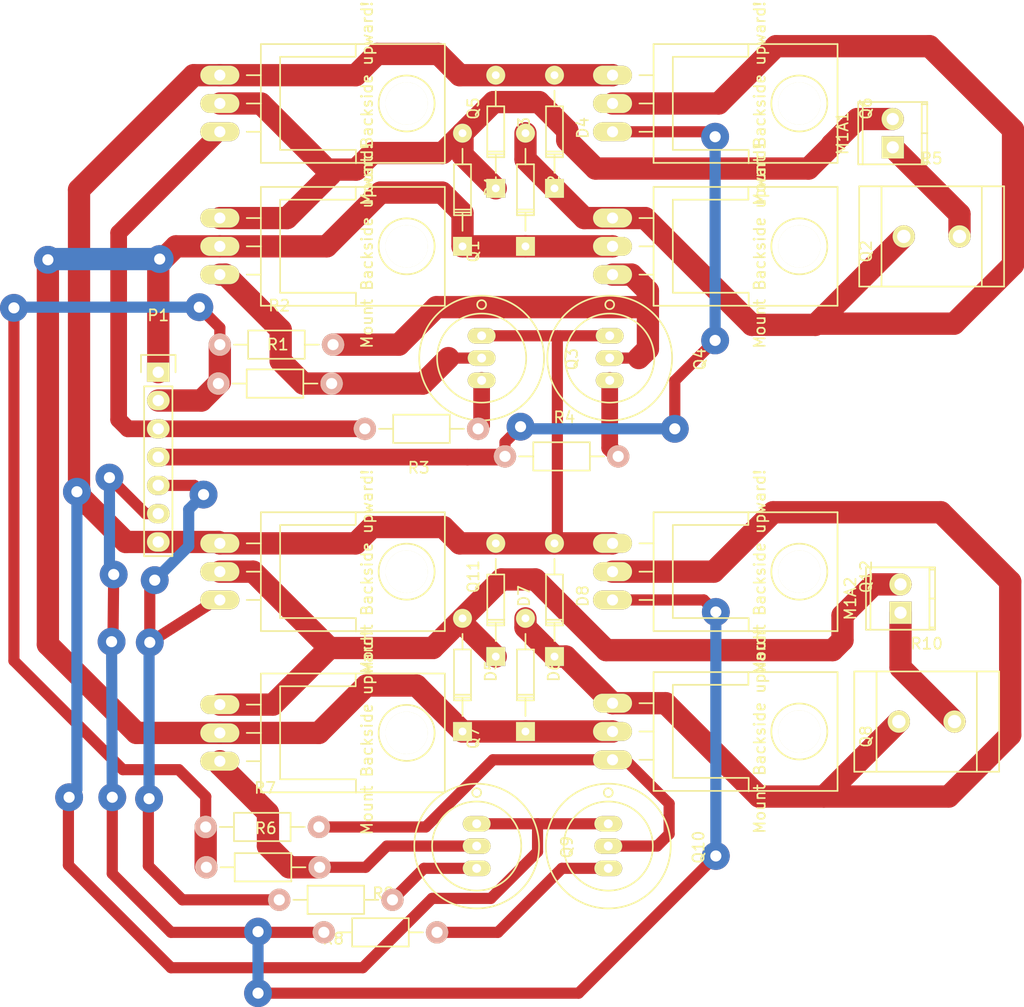
<source format=kicad_pcb>
(kicad_pcb (version 4) (host pcbnew 4.0.0-stable)

  (general
    (links 62)
    (no_connects 0)
    (area 39.970999 36.097499 171.484002 148.370002)
    (thickness 1.6)
    (drawings 0)
    (tracks 281)
    (zones 0)
    (modules 33)
    (nets 22)
  )

  (page A4)
  (layers
    (0 F.Cu signal)
    (31 B.Cu signal)
    (32 B.Adhes user)
    (33 F.Adhes user)
    (34 B.Paste user)
    (35 F.Paste user)
    (36 B.SilkS user)
    (37 F.SilkS user)
    (38 B.Mask user)
    (39 F.Mask user)
    (40 Dwgs.User user)
    (41 Cmts.User user)
    (42 Eco1.User user)
    (43 Eco2.User user)
    (44 Edge.Cuts user)
    (45 Margin user)
    (46 B.CrtYd user)
    (47 F.CrtYd user)
    (48 B.Fab user)
    (49 F.Fab user)
  )

  (setup
    (last_trace_width 1)
    (user_trace_width 0.75)
    (user_trace_width 1)
    (user_trace_width 1.5)
    (user_trace_width 2)
    (user_trace_width 2.5)
    (user_trace_width 3)
    (trace_clearance 0.2)
    (zone_clearance 0.508)
    (zone_45_only no)
    (trace_min 0.2)
    (segment_width 0.2)
    (edge_width 0.1)
    (via_size 2.5)
    (via_drill 1)
    (via_min_size 0.4)
    (via_min_drill 0.3)
    (uvia_size 0.3)
    (uvia_drill 0.1)
    (uvias_allowed no)
    (uvia_min_size 0.2)
    (uvia_min_drill 0.1)
    (pcb_text_width 0.3)
    (pcb_text_size 1.5 1.5)
    (mod_edge_width 0.15)
    (mod_text_size 1 1)
    (mod_text_width 0.15)
    (pad_size 1.5 1.5)
    (pad_drill 0.6)
    (pad_to_mask_clearance 0)
    (aux_axis_origin 0 0)
    (visible_elements 7FFFFFFF)
    (pcbplotparams
      (layerselection 0x00030_80000001)
      (usegerberextensions false)
      (excludeedgelayer true)
      (linewidth 0.100000)
      (plotframeref false)
      (viasonmask false)
      (mode 1)
      (useauxorigin false)
      (hpglpennumber 1)
      (hpglpenspeed 20)
      (hpglpendiameter 15)
      (hpglpenoverlay 2)
      (psnegative false)
      (psa4output false)
      (plotreference true)
      (plotvalue true)
      (plotinvisibletext false)
      (padsonsilk false)
      (subtractmaskfromsilk false)
      (outputformat 1)
      (mirror false)
      (drillshape 1)
      (scaleselection 1)
      (outputdirectory ""))
  )

  (net 0 "")
  (net 1 +9V)
  (net 2 GND)
  (net 3 +5V)
  (net 4 "Net-(D1-Pad2)")
  (net 5 "Net-(D2-Pad2)")
  (net 6 "Net-(M1A1-Pad1)")
  (net 7 "Net-(M1A2-Pad1)")
  (net 8 "Net-(Q1-Pad1)")
  (net 9 "Net-(Q2-Pad1)")
  (net 10 "Net-(D5-Pad2)")
  (net 11 "Net-(D6-Pad2)")
  (net 12 /STEPPER1PHASEA1)
  (net 13 /STEPPER1PHASEA2)
  (net 14 /STEPPER1PHASEB1)
  (net 15 /STEPPER1PHASEB2)
  (net 16 "Net-(Q3-Pad3)")
  (net 17 "Net-(Q4-Pad3)")
  (net 18 "Net-(Q7-Pad1)")
  (net 19 "Net-(Q10-Pad2)")
  (net 20 "Net-(Q9-Pad3)")
  (net 21 "Net-(Q10-Pad3)")

  (net_class Default "This is the default net class."
    (clearance 0.2)
    (trace_width 1.5)
    (via_dia 2.5)
    (via_drill 1)
    (uvia_dia 0.3)
    (uvia_drill 0.1)
    (add_net /STEPPER1PHASEA1)
    (add_net /STEPPER1PHASEA2)
    (add_net /STEPPER1PHASEB1)
    (add_net /STEPPER1PHASEB2)
    (add_net "Net-(Q10-Pad2)")
    (add_net "Net-(Q10-Pad3)")
    (add_net "Net-(Q3-Pad3)")
    (add_net "Net-(Q4-Pad3)")
    (add_net "Net-(Q7-Pad1)")
    (add_net "Net-(Q9-Pad3)")
  )

  (net_class HighPower ""
    (clearance 0.3)
    (trace_width 2)
    (via_dia 2.5)
    (via_drill 1)
    (uvia_dia 0.3)
    (uvia_drill 0.1)
    (add_net +5V)
    (add_net +9V)
    (add_net GND)
    (add_net "Net-(D1-Pad2)")
    (add_net "Net-(D2-Pad2)")
    (add_net "Net-(D5-Pad2)")
    (add_net "Net-(D6-Pad2)")
    (add_net "Net-(M1A1-Pad1)")
    (add_net "Net-(M1A2-Pad1)")
    (add_net "Net-(Q1-Pad1)")
    (add_net "Net-(Q2-Pad1)")
  )

  (net_class data ""
    (clearance 0.2)
    (trace_width 1.5)
    (via_dia 2.5)
    (via_drill 1)
    (uvia_dia 0.3)
    (uvia_drill 0.1)
  )

  (module TO_SOT_Packages_THT:TO-220_Neutral123_Horizontal_Reverse_LargePads (layer F.Cu) (tedit 0) (tstamp 569D2BD4)
    (at 58.4835 70.485 270)
    (descr "TO-220, Neutral, Horizontal, Reverse, Large Pads,")
    (tags "TO-220, Neutral, Horizontal,  Reverse, Large Pads,")
    (path /569D21FC)
    (fp_text reference Q1 (at 0.44958 -22.75078 270) (layer F.SilkS)
      (effects (font (size 1 1) (thickness 0.15)))
    )
    (fp_text value FQP20N06 (at 1.27 3.81 270) (layer F.Fab)
      (effects (font (size 1 1) (thickness 0.15)))
    )
    (fp_line (start -2.54 -3.683) (end -2.54 -2.413) (layer F.SilkS) (width 0.15))
    (fp_line (start 0 -3.683) (end 0 -2.413) (layer F.SilkS) (width 0.15))
    (fp_line (start 2.54 -3.683) (end 2.54 -2.413) (layer F.SilkS) (width 0.15))
    (fp_text user "Mount Backside upward!" (at 0 -13.208 270) (layer F.SilkS)
      (effects (font (size 1 1) (thickness 0.15)))
    )
    (fp_line (start 4.1656 -12.2174) (end 5.3594 -12.2174) (layer F.SilkS) (width 0.15))
    (fp_line (start -4.191 -12.192) (end -5.334 -12.192) (layer F.SilkS) (width 0.15))
    (fp_line (start -4.191 -5.4102) (end -4.191 -12.1666) (layer F.SilkS) (width 0.15))
    (fp_line (start 4.1656 -12.192) (end 4.1656 -5.4102) (layer F.SilkS) (width 0.15))
    (fp_line (start 4.1656 -5.4102) (end -4.1656 -5.4102) (layer F.SilkS) (width 0.15))
    (fp_circle (center 0 -16.764) (end 1.778 -14.986) (layer F.SilkS) (width 0.15))
    (fp_line (start 5.334 -12.192) (end 5.334 -20.193) (layer F.SilkS) (width 0.15))
    (fp_line (start 5.334 -20.193) (end -5.334 -20.193) (layer F.SilkS) (width 0.15))
    (fp_line (start -5.334 -20.193) (end -5.334 -12.192) (layer F.SilkS) (width 0.15))
    (fp_line (start 5.334 -3.683) (end 5.334 -12.192) (layer F.SilkS) (width 0.15))
    (fp_line (start -5.334 -12.192) (end -5.334 -3.683) (layer F.SilkS) (width 0.15))
    (fp_line (start 0 -3.683) (end -5.334 -3.683) (layer F.SilkS) (width 0.15))
    (fp_line (start 0 -3.683) (end 5.334 -3.683) (layer F.SilkS) (width 0.15))
    (pad 2 thru_hole oval (at 0 0) (size 3.50012 1.69926) (drill 1.00076) (layers *.Cu *.Mask F.SilkS)
      (net 3 +5V))
    (pad 3 thru_hole oval (at -2.54 0) (size 3.50012 1.69926) (drill 1.00076) (layers *.Cu *.Mask F.SilkS)
      (net 4 "Net-(D1-Pad2)"))
    (pad 1 thru_hole oval (at 2.54 0) (size 3.50012 1.69926) (drill 1.00076) (layers *.Cu *.Mask F.SilkS)
      (net 8 "Net-(Q1-Pad1)"))
    (pad "" np_thru_hole circle (at 0 -16.764) (size 3.79984 3.79984) (drill 3.79984) (layers *.Cu *.Mask F.SilkS))
    (model TO_SOT_Packages_THT.3dshapes/TO-220_Neutral123_Horizontal_Reverse_LargePads.wrl
      (at (xyz 0 0 0))
      (scale (xyz 0.3937 0.3937 0.3937))
      (rotate (xyz 0 0 0))
    )
  )

  (module Diodes_ThroughHole:Diode_DO-35_SOD27_Horizontal_RM10 (layer F.Cu) (tedit 552FFC30) (tstamp 569D2B16)
    (at 80.264 70.485 90)
    (descr "Diode, DO-35,  SOD27, Horizontal, RM 10mm")
    (tags "Diode, DO-35, SOD27, Horizontal, RM 10mm, 1N4148,")
    (path /569D220F)
    (fp_text reference D1 (at 5.43052 2.53746 90) (layer F.SilkS)
      (effects (font (size 1 1) (thickness 0.15)))
    )
    (fp_text value SA5.0A (at 4.41452 -3.55854 90) (layer F.Fab)
      (effects (font (size 1 1) (thickness 0.15)))
    )
    (fp_line (start 7.36652 -0.00254) (end 8.76352 -0.00254) (layer F.SilkS) (width 0.15))
    (fp_line (start 2.92152 -0.00254) (end 1.39752 -0.00254) (layer F.SilkS) (width 0.15))
    (fp_line (start 3.30252 -0.76454) (end 3.30252 0.75946) (layer F.SilkS) (width 0.15))
    (fp_line (start 3.04852 -0.76454) (end 3.04852 0.75946) (layer F.SilkS) (width 0.15))
    (fp_line (start 2.79452 -0.00254) (end 2.79452 0.75946) (layer F.SilkS) (width 0.15))
    (fp_line (start 2.79452 0.75946) (end 7.36652 0.75946) (layer F.SilkS) (width 0.15))
    (fp_line (start 7.36652 0.75946) (end 7.36652 -0.76454) (layer F.SilkS) (width 0.15))
    (fp_line (start 7.36652 -0.76454) (end 2.79452 -0.76454) (layer F.SilkS) (width 0.15))
    (fp_line (start 2.79452 -0.76454) (end 2.79452 -0.00254) (layer F.SilkS) (width 0.15))
    (pad 2 thru_hole circle (at 10.16052 -0.00254 270) (size 1.69926 1.69926) (drill 0.70104) (layers *.Cu *.Mask F.SilkS)
      (net 4 "Net-(D1-Pad2)"))
    (pad 1 thru_hole rect (at 0.00052 -0.00254 270) (size 1.69926 1.69926) (drill 0.70104) (layers *.Cu *.Mask F.SilkS)
      (net 3 +5V))
    (model Diodes_ThroughHole.3dshapes/Diode_DO-35_SOD27_Horizontal_RM10.wrl
      (at (xyz 0.2 0 0))
      (scale (xyz 0.4 0.4 0.4))
      (rotate (xyz 0 0 180))
    )
  )

  (module Diodes_ThroughHole:Diode_DO-35_SOD27_Horizontal_RM10 (layer F.Cu) (tedit 552FFC30) (tstamp 569D2B25)
    (at 85.9155 70.485 90)
    (descr "Diode, DO-35,  SOD27, Horizontal, RM 10mm")
    (tags "Diode, DO-35, SOD27, Horizontal, RM 10mm, 1N4148,")
    (path /569D220E)
    (fp_text reference D2 (at 5.43052 2.53746 90) (layer F.SilkS)
      (effects (font (size 1 1) (thickness 0.15)))
    )
    (fp_text value SA5.0A (at 4.41452 -3.55854 90) (layer F.Fab)
      (effects (font (size 1 1) (thickness 0.15)))
    )
    (fp_line (start 7.36652 -0.00254) (end 8.76352 -0.00254) (layer F.SilkS) (width 0.15))
    (fp_line (start 2.92152 -0.00254) (end 1.39752 -0.00254) (layer F.SilkS) (width 0.15))
    (fp_line (start 3.30252 -0.76454) (end 3.30252 0.75946) (layer F.SilkS) (width 0.15))
    (fp_line (start 3.04852 -0.76454) (end 3.04852 0.75946) (layer F.SilkS) (width 0.15))
    (fp_line (start 2.79452 -0.00254) (end 2.79452 0.75946) (layer F.SilkS) (width 0.15))
    (fp_line (start 2.79452 0.75946) (end 7.36652 0.75946) (layer F.SilkS) (width 0.15))
    (fp_line (start 7.36652 0.75946) (end 7.36652 -0.76454) (layer F.SilkS) (width 0.15))
    (fp_line (start 7.36652 -0.76454) (end 2.79452 -0.76454) (layer F.SilkS) (width 0.15))
    (fp_line (start 2.79452 -0.76454) (end 2.79452 -0.00254) (layer F.SilkS) (width 0.15))
    (pad 2 thru_hole circle (at 10.16052 -0.00254 270) (size 1.69926 1.69926) (drill 0.70104) (layers *.Cu *.Mask F.SilkS)
      (net 5 "Net-(D2-Pad2)"))
    (pad 1 thru_hole rect (at 0.00052 -0.00254 270) (size 1.69926 1.69926) (drill 0.70104) (layers *.Cu *.Mask F.SilkS)
      (net 3 +5V))
    (model Diodes_ThroughHole.3dshapes/Diode_DO-35_SOD27_Horizontal_RM10.wrl
      (at (xyz 0.2 0 0))
      (scale (xyz 0.4 0.4 0.4))
      (rotate (xyz 0 0 180))
    )
  )

  (module Diodes_ThroughHole:Diode_DO-35_SOD27_Horizontal_RM10 (layer F.Cu) (tedit 552FFC30) (tstamp 569D2B34)
    (at 83.2485 65.278 90)
    (descr "Diode, DO-35,  SOD27, Horizontal, RM 10mm")
    (tags "Diode, DO-35, SOD27, Horizontal, RM 10mm, 1N4148,")
    (path /569D2210)
    (fp_text reference D3 (at 5.43052 2.53746 90) (layer F.SilkS)
      (effects (font (size 1 1) (thickness 0.15)))
    )
    (fp_text value SA5.0A (at 4.41452 -3.55854 90) (layer F.Fab)
      (effects (font (size 1 1) (thickness 0.15)))
    )
    (fp_line (start 7.36652 -0.00254) (end 8.76352 -0.00254) (layer F.SilkS) (width 0.15))
    (fp_line (start 2.92152 -0.00254) (end 1.39752 -0.00254) (layer F.SilkS) (width 0.15))
    (fp_line (start 3.30252 -0.76454) (end 3.30252 0.75946) (layer F.SilkS) (width 0.15))
    (fp_line (start 3.04852 -0.76454) (end 3.04852 0.75946) (layer F.SilkS) (width 0.15))
    (fp_line (start 2.79452 -0.00254) (end 2.79452 0.75946) (layer F.SilkS) (width 0.15))
    (fp_line (start 2.79452 0.75946) (end 7.36652 0.75946) (layer F.SilkS) (width 0.15))
    (fp_line (start 7.36652 0.75946) (end 7.36652 -0.76454) (layer F.SilkS) (width 0.15))
    (fp_line (start 7.36652 -0.76454) (end 2.79452 -0.76454) (layer F.SilkS) (width 0.15))
    (fp_line (start 2.79452 -0.76454) (end 2.79452 -0.00254) (layer F.SilkS) (width 0.15))
    (pad 2 thru_hole circle (at 10.16052 -0.00254 270) (size 1.69926 1.69926) (drill 0.70104) (layers *.Cu *.Mask F.SilkS)
      (net 2 GND))
    (pad 1 thru_hole rect (at 0.00052 -0.00254 270) (size 1.69926 1.69926) (drill 0.70104) (layers *.Cu *.Mask F.SilkS)
      (net 4 "Net-(D1-Pad2)"))
    (model Diodes_ThroughHole.3dshapes/Diode_DO-35_SOD27_Horizontal_RM10.wrl
      (at (xyz 0.2 0 0))
      (scale (xyz 0.4 0.4 0.4))
      (rotate (xyz 0 0 180))
    )
  )

  (module Diodes_ThroughHole:Diode_DO-35_SOD27_Horizontal_RM10 (layer F.Cu) (tedit 552FFC30) (tstamp 569D2B43)
    (at 88.519 65.278 90)
    (descr "Diode, DO-35,  SOD27, Horizontal, RM 10mm")
    (tags "Diode, DO-35, SOD27, Horizontal, RM 10mm, 1N4148,")
    (path /569D2211)
    (fp_text reference D4 (at 5.43052 2.53746 90) (layer F.SilkS)
      (effects (font (size 1 1) (thickness 0.15)))
    )
    (fp_text value SA5.0A (at 4.41452 -3.55854 90) (layer F.Fab)
      (effects (font (size 1 1) (thickness 0.15)))
    )
    (fp_line (start 7.36652 -0.00254) (end 8.76352 -0.00254) (layer F.SilkS) (width 0.15))
    (fp_line (start 2.92152 -0.00254) (end 1.39752 -0.00254) (layer F.SilkS) (width 0.15))
    (fp_line (start 3.30252 -0.76454) (end 3.30252 0.75946) (layer F.SilkS) (width 0.15))
    (fp_line (start 3.04852 -0.76454) (end 3.04852 0.75946) (layer F.SilkS) (width 0.15))
    (fp_line (start 2.79452 -0.00254) (end 2.79452 0.75946) (layer F.SilkS) (width 0.15))
    (fp_line (start 2.79452 0.75946) (end 7.36652 0.75946) (layer F.SilkS) (width 0.15))
    (fp_line (start 7.36652 0.75946) (end 7.36652 -0.76454) (layer F.SilkS) (width 0.15))
    (fp_line (start 7.36652 -0.76454) (end 2.79452 -0.76454) (layer F.SilkS) (width 0.15))
    (fp_line (start 2.79452 -0.76454) (end 2.79452 -0.00254) (layer F.SilkS) (width 0.15))
    (pad 2 thru_hole circle (at 10.16052 -0.00254 270) (size 1.69926 1.69926) (drill 0.70104) (layers *.Cu *.Mask F.SilkS)
      (net 2 GND))
    (pad 1 thru_hole rect (at 0.00052 -0.00254 270) (size 1.69926 1.69926) (drill 0.70104) (layers *.Cu *.Mask F.SilkS)
      (net 5 "Net-(D2-Pad2)"))
    (model Diodes_ThroughHole.3dshapes/Diode_DO-35_SOD27_Horizontal_RM10.wrl
      (at (xyz 0.2 0 0))
      (scale (xyz 0.4 0.4 0.4))
      (rotate (xyz 0 0 180))
    )
  )

  (module Diodes_ThroughHole:Diode_DO-35_SOD27_Horizontal_RM10 (layer F.Cu) (tedit 552FFC30) (tstamp 569D2B52)
    (at 80.264 114.046 90)
    (descr "Diode, DO-35,  SOD27, Horizontal, RM 10mm")
    (tags "Diode, DO-35, SOD27, Horizontal, RM 10mm, 1N4148,")
    (path /569D2225)
    (fp_text reference D5 (at 5.43052 2.53746 90) (layer F.SilkS)
      (effects (font (size 1 1) (thickness 0.15)))
    )
    (fp_text value SA5.0A (at 4.41452 -3.55854 90) (layer F.Fab)
      (effects (font (size 1 1) (thickness 0.15)))
    )
    (fp_line (start 7.36652 -0.00254) (end 8.76352 -0.00254) (layer F.SilkS) (width 0.15))
    (fp_line (start 2.92152 -0.00254) (end 1.39752 -0.00254) (layer F.SilkS) (width 0.15))
    (fp_line (start 3.30252 -0.76454) (end 3.30252 0.75946) (layer F.SilkS) (width 0.15))
    (fp_line (start 3.04852 -0.76454) (end 3.04852 0.75946) (layer F.SilkS) (width 0.15))
    (fp_line (start 2.79452 -0.00254) (end 2.79452 0.75946) (layer F.SilkS) (width 0.15))
    (fp_line (start 2.79452 0.75946) (end 7.36652 0.75946) (layer F.SilkS) (width 0.15))
    (fp_line (start 7.36652 0.75946) (end 7.36652 -0.76454) (layer F.SilkS) (width 0.15))
    (fp_line (start 7.36652 -0.76454) (end 2.79452 -0.76454) (layer F.SilkS) (width 0.15))
    (fp_line (start 2.79452 -0.76454) (end 2.79452 -0.00254) (layer F.SilkS) (width 0.15))
    (pad 2 thru_hole circle (at 10.16052 -0.00254 270) (size 1.69926 1.69926) (drill 0.70104) (layers *.Cu *.Mask F.SilkS)
      (net 10 "Net-(D5-Pad2)"))
    (pad 1 thru_hole rect (at 0.00052 -0.00254 270) (size 1.69926 1.69926) (drill 0.70104) (layers *.Cu *.Mask F.SilkS)
      (net 3 +5V))
    (model Diodes_ThroughHole.3dshapes/Diode_DO-35_SOD27_Horizontal_RM10.wrl
      (at (xyz 0.2 0 0))
      (scale (xyz 0.4 0.4 0.4))
      (rotate (xyz 0 0 180))
    )
  )

  (module Diodes_ThroughHole:Diode_DO-35_SOD27_Horizontal_RM10 (layer F.Cu) (tedit 552FFC30) (tstamp 569D2B61)
    (at 85.9155 114.046 90)
    (descr "Diode, DO-35,  SOD27, Horizontal, RM 10mm")
    (tags "Diode, DO-35, SOD27, Horizontal, RM 10mm, 1N4148,")
    (path /569D2224)
    (fp_text reference D6 (at 5.43052 2.53746 90) (layer F.SilkS)
      (effects (font (size 1 1) (thickness 0.15)))
    )
    (fp_text value SA5.0A (at 4.41452 -3.55854 90) (layer F.Fab)
      (effects (font (size 1 1) (thickness 0.15)))
    )
    (fp_line (start 7.36652 -0.00254) (end 8.76352 -0.00254) (layer F.SilkS) (width 0.15))
    (fp_line (start 2.92152 -0.00254) (end 1.39752 -0.00254) (layer F.SilkS) (width 0.15))
    (fp_line (start 3.30252 -0.76454) (end 3.30252 0.75946) (layer F.SilkS) (width 0.15))
    (fp_line (start 3.04852 -0.76454) (end 3.04852 0.75946) (layer F.SilkS) (width 0.15))
    (fp_line (start 2.79452 -0.00254) (end 2.79452 0.75946) (layer F.SilkS) (width 0.15))
    (fp_line (start 2.79452 0.75946) (end 7.36652 0.75946) (layer F.SilkS) (width 0.15))
    (fp_line (start 7.36652 0.75946) (end 7.36652 -0.76454) (layer F.SilkS) (width 0.15))
    (fp_line (start 7.36652 -0.76454) (end 2.79452 -0.76454) (layer F.SilkS) (width 0.15))
    (fp_line (start 2.79452 -0.76454) (end 2.79452 -0.00254) (layer F.SilkS) (width 0.15))
    (pad 2 thru_hole circle (at 10.16052 -0.00254 270) (size 1.69926 1.69926) (drill 0.70104) (layers *.Cu *.Mask F.SilkS)
      (net 11 "Net-(D6-Pad2)"))
    (pad 1 thru_hole rect (at 0.00052 -0.00254 270) (size 1.69926 1.69926) (drill 0.70104) (layers *.Cu *.Mask F.SilkS)
      (net 3 +5V))
    (model Diodes_ThroughHole.3dshapes/Diode_DO-35_SOD27_Horizontal_RM10.wrl
      (at (xyz 0.2 0 0))
      (scale (xyz 0.4 0.4 0.4))
      (rotate (xyz 0 0 180))
    )
  )

  (module Diodes_ThroughHole:Diode_DO-35_SOD27_Horizontal_RM10 (layer F.Cu) (tedit 552FFC30) (tstamp 569D2B70)
    (at 83.2485 107.315 90)
    (descr "Diode, DO-35,  SOD27, Horizontal, RM 10mm")
    (tags "Diode, DO-35, SOD27, Horizontal, RM 10mm, 1N4148,")
    (path /569D2226)
    (fp_text reference D7 (at 5.43052 2.53746 90) (layer F.SilkS)
      (effects (font (size 1 1) (thickness 0.15)))
    )
    (fp_text value SA5.0A (at 4.41452 -3.55854 90) (layer F.Fab)
      (effects (font (size 1 1) (thickness 0.15)))
    )
    (fp_line (start 7.36652 -0.00254) (end 8.76352 -0.00254) (layer F.SilkS) (width 0.15))
    (fp_line (start 2.92152 -0.00254) (end 1.39752 -0.00254) (layer F.SilkS) (width 0.15))
    (fp_line (start 3.30252 -0.76454) (end 3.30252 0.75946) (layer F.SilkS) (width 0.15))
    (fp_line (start 3.04852 -0.76454) (end 3.04852 0.75946) (layer F.SilkS) (width 0.15))
    (fp_line (start 2.79452 -0.00254) (end 2.79452 0.75946) (layer F.SilkS) (width 0.15))
    (fp_line (start 2.79452 0.75946) (end 7.36652 0.75946) (layer F.SilkS) (width 0.15))
    (fp_line (start 7.36652 0.75946) (end 7.36652 -0.76454) (layer F.SilkS) (width 0.15))
    (fp_line (start 7.36652 -0.76454) (end 2.79452 -0.76454) (layer F.SilkS) (width 0.15))
    (fp_line (start 2.79452 -0.76454) (end 2.79452 -0.00254) (layer F.SilkS) (width 0.15))
    (pad 2 thru_hole circle (at 10.16052 -0.00254 270) (size 1.69926 1.69926) (drill 0.70104) (layers *.Cu *.Mask F.SilkS)
      (net 2 GND))
    (pad 1 thru_hole rect (at 0.00052 -0.00254 270) (size 1.69926 1.69926) (drill 0.70104) (layers *.Cu *.Mask F.SilkS)
      (net 10 "Net-(D5-Pad2)"))
    (model Diodes_ThroughHole.3dshapes/Diode_DO-35_SOD27_Horizontal_RM10.wrl
      (at (xyz 0.2 0 0))
      (scale (xyz 0.4 0.4 0.4))
      (rotate (xyz 0 0 180))
    )
  )

  (module Diodes_ThroughHole:Diode_DO-35_SOD27_Horizontal_RM10 (layer F.Cu) (tedit 552FFC30) (tstamp 569D2B7F)
    (at 88.519 107.315 90)
    (descr "Diode, DO-35,  SOD27, Horizontal, RM 10mm")
    (tags "Diode, DO-35, SOD27, Horizontal, RM 10mm, 1N4148,")
    (path /569D2227)
    (fp_text reference D8 (at 5.43052 2.53746 90) (layer F.SilkS)
      (effects (font (size 1 1) (thickness 0.15)))
    )
    (fp_text value SA5.0A (at 4.41452 -3.55854 90) (layer F.Fab)
      (effects (font (size 1 1) (thickness 0.15)))
    )
    (fp_line (start 7.36652 -0.00254) (end 8.76352 -0.00254) (layer F.SilkS) (width 0.15))
    (fp_line (start 2.92152 -0.00254) (end 1.39752 -0.00254) (layer F.SilkS) (width 0.15))
    (fp_line (start 3.30252 -0.76454) (end 3.30252 0.75946) (layer F.SilkS) (width 0.15))
    (fp_line (start 3.04852 -0.76454) (end 3.04852 0.75946) (layer F.SilkS) (width 0.15))
    (fp_line (start 2.79452 -0.00254) (end 2.79452 0.75946) (layer F.SilkS) (width 0.15))
    (fp_line (start 2.79452 0.75946) (end 7.36652 0.75946) (layer F.SilkS) (width 0.15))
    (fp_line (start 7.36652 0.75946) (end 7.36652 -0.76454) (layer F.SilkS) (width 0.15))
    (fp_line (start 7.36652 -0.76454) (end 2.79452 -0.76454) (layer F.SilkS) (width 0.15))
    (fp_line (start 2.79452 -0.76454) (end 2.79452 -0.00254) (layer F.SilkS) (width 0.15))
    (pad 2 thru_hole circle (at 10.16052 -0.00254 270) (size 1.69926 1.69926) (drill 0.70104) (layers *.Cu *.Mask F.SilkS)
      (net 2 GND))
    (pad 1 thru_hole rect (at 0.00052 -0.00254 270) (size 1.69926 1.69926) (drill 0.70104) (layers *.Cu *.Mask F.SilkS)
      (net 11 "Net-(D6-Pad2)"))
    (model Diodes_ThroughHole.3dshapes/Diode_DO-35_SOD27_Horizontal_RM10.wrl
      (at (xyz 0.2 0 0))
      (scale (xyz 0.4 0.4 0.4))
      (rotate (xyz 0 0 180))
    )
  )

  (module Terminal_Blocks:TerminalBlock_Pheonix_MPT-2.54mm_2pol (layer F.Cu) (tedit 0) (tstamp 569D2B92)
    (at 118.872 61.595 90)
    (descr "2-way 2.54mm pitch terminal block, Phoenix MPT series")
    (path /569D2201)
    (fp_text reference M1A1 (at 1.27 -4.50088 90) (layer F.SilkS)
      (effects (font (size 1 1) (thickness 0.15)))
    )
    (fp_text value CONN_01X02 (at 1.27 4.50088 90) (layer F.Fab)
      (effects (font (size 1 1) (thickness 0.15)))
    )
    (fp_line (start -1.7 -3.3) (end 4.3 -3.3) (layer F.CrtYd) (width 0.05))
    (fp_line (start -1.7 3.3) (end -1.7 -3.3) (layer F.CrtYd) (width 0.05))
    (fp_line (start 4.3 3.3) (end -1.7 3.3) (layer F.CrtYd) (width 0.05))
    (fp_line (start 4.3 -3.3) (end 4.3 3.3) (layer F.CrtYd) (width 0.05))
    (fp_line (start 4.06908 2.60096) (end -1.52908 2.60096) (layer F.SilkS) (width 0.15))
    (fp_line (start -1.33096 3.0988) (end -1.33096 2.60096) (layer F.SilkS) (width 0.15))
    (fp_line (start 3.87096 2.60096) (end 3.87096 3.0988) (layer F.SilkS) (width 0.15))
    (fp_line (start 1.27 3.0988) (end 1.27 2.60096) (layer F.SilkS) (width 0.15))
    (fp_line (start -1.52908 -2.70002) (end 4.06908 -2.70002) (layer F.SilkS) (width 0.15))
    (fp_line (start -1.52908 3.0988) (end 4.06908 3.0988) (layer F.SilkS) (width 0.15))
    (fp_line (start 4.06908 3.0988) (end 4.06908 -3.0988) (layer F.SilkS) (width 0.15))
    (fp_line (start 4.06908 -3.0988) (end -1.52908 -3.0988) (layer F.SilkS) (width 0.15))
    (fp_line (start -1.52908 -3.0988) (end -1.52908 3.0988) (layer F.SilkS) (width 0.15))
    (pad 2 thru_hole oval (at 2.54 0 90) (size 1.99898 1.99898) (drill 1.09728) (layers *.Cu *.Mask F.SilkS)
      (net 4 "Net-(D1-Pad2)"))
    (pad 1 thru_hole rect (at 0 0 90) (size 1.99898 1.99898) (drill 1.09728) (layers *.Cu *.Mask F.SilkS)
      (net 6 "Net-(M1A1-Pad1)"))
    (model Terminal_Blocks.3dshapes/TerminalBlock_Pheonix_MPT-2.54mm_2pol.wrl
      (at (xyz 0.05 0 0))
      (scale (xyz 1 1 1))
      (rotate (xyz 0 0 0))
    )
  )

  (module Terminal_Blocks:TerminalBlock_Pheonix_MPT-2.54mm_2pol (layer F.Cu) (tedit 0) (tstamp 569D2BA5)
    (at 119.5705 103.378 90)
    (descr "2-way 2.54mm pitch terminal block, Phoenix MPT series")
    (path /569D2217)
    (fp_text reference M1A2 (at 1.27 -4.50088 90) (layer F.SilkS)
      (effects (font (size 1 1) (thickness 0.15)))
    )
    (fp_text value CONN_01X02 (at 1.27 4.50088 90) (layer F.Fab)
      (effects (font (size 1 1) (thickness 0.15)))
    )
    (fp_line (start -1.7 -3.3) (end 4.3 -3.3) (layer F.CrtYd) (width 0.05))
    (fp_line (start -1.7 3.3) (end -1.7 -3.3) (layer F.CrtYd) (width 0.05))
    (fp_line (start 4.3 3.3) (end -1.7 3.3) (layer F.CrtYd) (width 0.05))
    (fp_line (start 4.3 -3.3) (end 4.3 3.3) (layer F.CrtYd) (width 0.05))
    (fp_line (start 4.06908 2.60096) (end -1.52908 2.60096) (layer F.SilkS) (width 0.15))
    (fp_line (start -1.33096 3.0988) (end -1.33096 2.60096) (layer F.SilkS) (width 0.15))
    (fp_line (start 3.87096 2.60096) (end 3.87096 3.0988) (layer F.SilkS) (width 0.15))
    (fp_line (start 1.27 3.0988) (end 1.27 2.60096) (layer F.SilkS) (width 0.15))
    (fp_line (start -1.52908 -2.70002) (end 4.06908 -2.70002) (layer F.SilkS) (width 0.15))
    (fp_line (start -1.52908 3.0988) (end 4.06908 3.0988) (layer F.SilkS) (width 0.15))
    (fp_line (start 4.06908 3.0988) (end 4.06908 -3.0988) (layer F.SilkS) (width 0.15))
    (fp_line (start 4.06908 -3.0988) (end -1.52908 -3.0988) (layer F.SilkS) (width 0.15))
    (fp_line (start -1.52908 -3.0988) (end -1.52908 3.0988) (layer F.SilkS) (width 0.15))
    (pad 2 thru_hole oval (at 2.54 0 90) (size 1.99898 1.99898) (drill 1.09728) (layers *.Cu *.Mask F.SilkS)
      (net 10 "Net-(D5-Pad2)"))
    (pad 1 thru_hole rect (at 0 0 90) (size 1.99898 1.99898) (drill 1.09728) (layers *.Cu *.Mask F.SilkS)
      (net 7 "Net-(M1A2-Pad1)"))
    (model Terminal_Blocks.3dshapes/TerminalBlock_Pheonix_MPT-2.54mm_2pol.wrl
      (at (xyz 0.05 0 0))
      (scale (xyz 1 1 1))
      (rotate (xyz 0 0 0))
    )
  )

  (module Pin_Headers:Pin_Header_Straight_1x07 (layer F.Cu) (tedit 0) (tstamp 569D2BBB)
    (at 52.959 81.788)
    (descr "Through hole pin header")
    (tags "pin header")
    (path /569D3EE2)
    (fp_text reference P1 (at 0 -5.1) (layer F.SilkS)
      (effects (font (size 1 1) (thickness 0.15)))
    )
    (fp_text value CONN_01X07 (at 0 -3.1) (layer F.Fab)
      (effects (font (size 1 1) (thickness 0.15)))
    )
    (fp_line (start -1.75 -1.75) (end -1.75 17) (layer F.CrtYd) (width 0.05))
    (fp_line (start 1.75 -1.75) (end 1.75 17) (layer F.CrtYd) (width 0.05))
    (fp_line (start -1.75 -1.75) (end 1.75 -1.75) (layer F.CrtYd) (width 0.05))
    (fp_line (start -1.75 17) (end 1.75 17) (layer F.CrtYd) (width 0.05))
    (fp_line (start 1.27 1.27) (end 1.27 16.51) (layer F.SilkS) (width 0.15))
    (fp_line (start 1.27 16.51) (end -1.27 16.51) (layer F.SilkS) (width 0.15))
    (fp_line (start -1.27 16.51) (end -1.27 1.27) (layer F.SilkS) (width 0.15))
    (fp_line (start 1.55 -1.55) (end 1.55 0) (layer F.SilkS) (width 0.15))
    (fp_line (start 1.27 1.27) (end -1.27 1.27) (layer F.SilkS) (width 0.15))
    (fp_line (start -1.55 0) (end -1.55 -1.55) (layer F.SilkS) (width 0.15))
    (fp_line (start -1.55 -1.55) (end 1.55 -1.55) (layer F.SilkS) (width 0.15))
    (pad 1 thru_hole rect (at 0 0) (size 2.032 1.7272) (drill 1.016) (layers *.Cu *.Mask F.SilkS)
      (net 3 +5V))
    (pad 2 thru_hole oval (at 0 2.54) (size 2.032 1.7272) (drill 1.016) (layers *.Cu *.Mask F.SilkS)
      (net 1 +9V))
    (pad 3 thru_hole oval (at 0 5.08) (size 2.032 1.7272) (drill 1.016) (layers *.Cu *.Mask F.SilkS)
      (net 12 /STEPPER1PHASEA1))
    (pad 4 thru_hole oval (at 0 7.62) (size 2.032 1.7272) (drill 1.016) (layers *.Cu *.Mask F.SilkS)
      (net 13 /STEPPER1PHASEA2))
    (pad 5 thru_hole oval (at 0 10.16) (size 2.032 1.7272) (drill 1.016) (layers *.Cu *.Mask F.SilkS)
      (net 14 /STEPPER1PHASEB1))
    (pad 6 thru_hole oval (at 0 12.7) (size 2.032 1.7272) (drill 1.016) (layers *.Cu *.Mask F.SilkS)
      (net 15 /STEPPER1PHASEB2))
    (pad 7 thru_hole oval (at 0 15.24) (size 2.032 1.7272) (drill 1.016) (layers *.Cu *.Mask F.SilkS)
      (net 2 GND))
    (model Pin_Headers.3dshapes/Pin_Header_Straight_1x07.wrl
      (at (xyz 0 -0.3 0))
      (scale (xyz 1 1 1))
      (rotate (xyz 0 0 90))
    )
  )

  (module TO_SOT_Packages_THT:TO-220_Neutral123_Horizontal_Reverse_LargePads (layer F.Cu) (tedit 0) (tstamp 569D2BED)
    (at 93.726 70.485 270)
    (descr "TO-220, Neutral, Horizontal, Reverse, Large Pads,")
    (tags "TO-220, Neutral, Horizontal,  Reverse, Large Pads,")
    (path /569D21FD)
    (fp_text reference Q2 (at 0.44958 -22.75078 270) (layer F.SilkS)
      (effects (font (size 1 1) (thickness 0.15)))
    )
    (fp_text value FQP20N06 (at 1.27 3.81 270) (layer F.Fab)
      (effects (font (size 1 1) (thickness 0.15)))
    )
    (fp_line (start -2.54 -3.683) (end -2.54 -2.413) (layer F.SilkS) (width 0.15))
    (fp_line (start 0 -3.683) (end 0 -2.413) (layer F.SilkS) (width 0.15))
    (fp_line (start 2.54 -3.683) (end 2.54 -2.413) (layer F.SilkS) (width 0.15))
    (fp_text user "Mount Backside upward!" (at 0 -13.208 270) (layer F.SilkS)
      (effects (font (size 1 1) (thickness 0.15)))
    )
    (fp_line (start 4.1656 -12.2174) (end 5.3594 -12.2174) (layer F.SilkS) (width 0.15))
    (fp_line (start -4.191 -12.192) (end -5.334 -12.192) (layer F.SilkS) (width 0.15))
    (fp_line (start -4.191 -5.4102) (end -4.191 -12.1666) (layer F.SilkS) (width 0.15))
    (fp_line (start 4.1656 -12.192) (end 4.1656 -5.4102) (layer F.SilkS) (width 0.15))
    (fp_line (start 4.1656 -5.4102) (end -4.1656 -5.4102) (layer F.SilkS) (width 0.15))
    (fp_circle (center 0 -16.764) (end 1.778 -14.986) (layer F.SilkS) (width 0.15))
    (fp_line (start 5.334 -12.192) (end 5.334 -20.193) (layer F.SilkS) (width 0.15))
    (fp_line (start 5.334 -20.193) (end -5.334 -20.193) (layer F.SilkS) (width 0.15))
    (fp_line (start -5.334 -20.193) (end -5.334 -12.192) (layer F.SilkS) (width 0.15))
    (fp_line (start 5.334 -3.683) (end 5.334 -12.192) (layer F.SilkS) (width 0.15))
    (fp_line (start -5.334 -12.192) (end -5.334 -3.683) (layer F.SilkS) (width 0.15))
    (fp_line (start 0 -3.683) (end -5.334 -3.683) (layer F.SilkS) (width 0.15))
    (fp_line (start 0 -3.683) (end 5.334 -3.683) (layer F.SilkS) (width 0.15))
    (pad 2 thru_hole oval (at 0 0) (size 3.50012 1.69926) (drill 1.00076) (layers *.Cu *.Mask F.SilkS)
      (net 3 +5V))
    (pad 3 thru_hole oval (at -2.54 0) (size 3.50012 1.69926) (drill 1.00076) (layers *.Cu *.Mask F.SilkS)
      (net 5 "Net-(D2-Pad2)"))
    (pad 1 thru_hole oval (at 2.54 0) (size 3.50012 1.69926) (drill 1.00076) (layers *.Cu *.Mask F.SilkS)
      (net 9 "Net-(Q2-Pad1)"))
    (pad "" np_thru_hole circle (at 0 -16.764) (size 3.79984 3.79984) (drill 3.79984) (layers *.Cu *.Mask F.SilkS))
    (model TO_SOT_Packages_THT.3dshapes/TO-220_Neutral123_Horizontal_Reverse_LargePads.wrl
      (at (xyz 0 0 0))
      (scale (xyz 0.3937 0.3937 0.3937))
      (rotate (xyz 0 0 0))
    )
  )

  (module Transistors_OldSowjetAera:OldSowjetaera_Transistor_Type-I_BigPads (layer F.Cu) (tedit 0) (tstamp 569D2BF7)
    (at 81.9785 80.518 270)
    (path /569D220C)
    (fp_text reference Q3 (at 0.1 -8.1 270) (layer F.SilkS)
      (effects (font (size 1 1) (thickness 0.15)))
    )
    (fp_text value 2N3704 (at 0.1 7.6 270) (layer F.Fab)
      (effects (font (size 1 1) (thickness 0.15)))
    )
    (fp_circle (center -4.8 0) (end -4.8 0.4) (layer F.SilkS) (width 0.15))
    (fp_circle (center 0 0) (end 4 0) (layer F.SilkS) (width 0.15))
    (fp_circle (center 0 0) (end 5.6 0) (layer F.SilkS) (width 0.15))
    (pad 2 thru_hole oval (at 0 0 270) (size 1.4 2.5) (drill 0.8) (layers *.Cu *.Mask F.SilkS)
      (net 8 "Net-(Q1-Pad1)"))
    (pad 1 thru_hole oval (at -2 0 270) (size 1.4 2.5) (drill 0.8) (layers *.Cu *.Mask F.SilkS)
      (net 2 GND))
    (pad 3 thru_hole oval (at 2 0 270) (size 1.4 2.5) (drill 0.8) (layers *.Cu *.Mask F.SilkS)
      (net 16 "Net-(Q3-Pad3)"))
    (model Transistors_OldSowjetAera.3dshapes/OldSowjetaera_Transistor_Type-I_BigPads.wrl
      (at (xyz 0 0 0))
      (scale (xyz 0.3937 0.3937 0.3937))
      (rotate (xyz 0 0 0))
    )
  )

  (module Transistors_OldSowjetAera:OldSowjetaera_Transistor_Type-I_BigPads (layer F.Cu) (tedit 0) (tstamp 569D2C01)
    (at 93.472 80.518 270)
    (path /569D220D)
    (fp_text reference Q4 (at 0.1 -8.1 270) (layer F.SilkS)
      (effects (font (size 1 1) (thickness 0.15)))
    )
    (fp_text value 2N3704 (at 0.1 7.6 270) (layer F.Fab)
      (effects (font (size 1 1) (thickness 0.15)))
    )
    (fp_circle (center -4.8 0) (end -4.8 0.4) (layer F.SilkS) (width 0.15))
    (fp_circle (center 0 0) (end 4 0) (layer F.SilkS) (width 0.15))
    (fp_circle (center 0 0) (end 5.6 0) (layer F.SilkS) (width 0.15))
    (pad 2 thru_hole oval (at 0 0 270) (size 1.4 2.5) (drill 0.8) (layers *.Cu *.Mask F.SilkS)
      (net 9 "Net-(Q2-Pad1)"))
    (pad 1 thru_hole oval (at -2 0 270) (size 1.4 2.5) (drill 0.8) (layers *.Cu *.Mask F.SilkS)
      (net 2 GND))
    (pad 3 thru_hole oval (at 2 0 270) (size 1.4 2.5) (drill 0.8) (layers *.Cu *.Mask F.SilkS)
      (net 17 "Net-(Q4-Pad3)"))
    (model Transistors_OldSowjetAera.3dshapes/OldSowjetaera_Transistor_Type-I_BigPads.wrl
      (at (xyz 0 0 0))
      (scale (xyz 0.3937 0.3937 0.3937))
      (rotate (xyz 0 0 0))
    )
  )

  (module TO_SOT_Packages_THT:TO-220_Neutral123_Horizontal_Reverse_LargePads (layer F.Cu) (tedit 0) (tstamp 569D2C1A)
    (at 58.4835 57.658 270)
    (descr "TO-220, Neutral, Horizontal, Reverse, Large Pads,")
    (tags "TO-220, Neutral, Horizontal,  Reverse, Large Pads,")
    (path /569D21FE)
    (fp_text reference Q5 (at 0.44958 -22.75078 270) (layer F.SilkS)
      (effects (font (size 1 1) (thickness 0.15)))
    )
    (fp_text value FQP20N06 (at 1.27 3.81 270) (layer F.Fab)
      (effects (font (size 1 1) (thickness 0.15)))
    )
    (fp_line (start -2.54 -3.683) (end -2.54 -2.413) (layer F.SilkS) (width 0.15))
    (fp_line (start 0 -3.683) (end 0 -2.413) (layer F.SilkS) (width 0.15))
    (fp_line (start 2.54 -3.683) (end 2.54 -2.413) (layer F.SilkS) (width 0.15))
    (fp_text user "Mount Backside upward!" (at 0 -13.208 270) (layer F.SilkS)
      (effects (font (size 1 1) (thickness 0.15)))
    )
    (fp_line (start 4.1656 -12.2174) (end 5.3594 -12.2174) (layer F.SilkS) (width 0.15))
    (fp_line (start -4.191 -12.192) (end -5.334 -12.192) (layer F.SilkS) (width 0.15))
    (fp_line (start -4.191 -5.4102) (end -4.191 -12.1666) (layer F.SilkS) (width 0.15))
    (fp_line (start 4.1656 -12.192) (end 4.1656 -5.4102) (layer F.SilkS) (width 0.15))
    (fp_line (start 4.1656 -5.4102) (end -4.1656 -5.4102) (layer F.SilkS) (width 0.15))
    (fp_circle (center 0 -16.764) (end 1.778 -14.986) (layer F.SilkS) (width 0.15))
    (fp_line (start 5.334 -12.192) (end 5.334 -20.193) (layer F.SilkS) (width 0.15))
    (fp_line (start 5.334 -20.193) (end -5.334 -20.193) (layer F.SilkS) (width 0.15))
    (fp_line (start -5.334 -20.193) (end -5.334 -12.192) (layer F.SilkS) (width 0.15))
    (fp_line (start 5.334 -3.683) (end 5.334 -12.192) (layer F.SilkS) (width 0.15))
    (fp_line (start -5.334 -12.192) (end -5.334 -3.683) (layer F.SilkS) (width 0.15))
    (fp_line (start 0 -3.683) (end -5.334 -3.683) (layer F.SilkS) (width 0.15))
    (fp_line (start 0 -3.683) (end 5.334 -3.683) (layer F.SilkS) (width 0.15))
    (pad 2 thru_hole oval (at 0 0) (size 3.50012 1.69926) (drill 1.00076) (layers *.Cu *.Mask F.SilkS)
      (net 4 "Net-(D1-Pad2)"))
    (pad 3 thru_hole oval (at -2.54 0) (size 3.50012 1.69926) (drill 1.00076) (layers *.Cu *.Mask F.SilkS)
      (net 2 GND))
    (pad 1 thru_hole oval (at 2.54 0) (size 3.50012 1.69926) (drill 1.00076) (layers *.Cu *.Mask F.SilkS)
      (net 12 /STEPPER1PHASEA1))
    (pad "" np_thru_hole circle (at 0 -16.764) (size 3.79984 3.79984) (drill 3.79984) (layers *.Cu *.Mask F.SilkS))
    (model TO_SOT_Packages_THT.3dshapes/TO-220_Neutral123_Horizontal_Reverse_LargePads.wrl
      (at (xyz 0 0 0))
      (scale (xyz 0.3937 0.3937 0.3937))
      (rotate (xyz 0 0 0))
    )
  )

  (module TO_SOT_Packages_THT:TO-220_Neutral123_Horizontal_Reverse_LargePads (layer F.Cu) (tedit 0) (tstamp 569D2C33)
    (at 93.726 57.658 270)
    (descr "TO-220, Neutral, Horizontal, Reverse, Large Pads,")
    (tags "TO-220, Neutral, Horizontal,  Reverse, Large Pads,")
    (path /569D21FF)
    (fp_text reference Q6 (at 0.44958 -22.75078 270) (layer F.SilkS)
      (effects (font (size 1 1) (thickness 0.15)))
    )
    (fp_text value FQP20N06 (at 1.27 3.81 270) (layer F.Fab)
      (effects (font (size 1 1) (thickness 0.15)))
    )
    (fp_line (start -2.54 -3.683) (end -2.54 -2.413) (layer F.SilkS) (width 0.15))
    (fp_line (start 0 -3.683) (end 0 -2.413) (layer F.SilkS) (width 0.15))
    (fp_line (start 2.54 -3.683) (end 2.54 -2.413) (layer F.SilkS) (width 0.15))
    (fp_text user "Mount Backside upward!" (at 0 -13.208 270) (layer F.SilkS)
      (effects (font (size 1 1) (thickness 0.15)))
    )
    (fp_line (start 4.1656 -12.2174) (end 5.3594 -12.2174) (layer F.SilkS) (width 0.15))
    (fp_line (start -4.191 -12.192) (end -5.334 -12.192) (layer F.SilkS) (width 0.15))
    (fp_line (start -4.191 -5.4102) (end -4.191 -12.1666) (layer F.SilkS) (width 0.15))
    (fp_line (start 4.1656 -12.192) (end 4.1656 -5.4102) (layer F.SilkS) (width 0.15))
    (fp_line (start 4.1656 -5.4102) (end -4.1656 -5.4102) (layer F.SilkS) (width 0.15))
    (fp_circle (center 0 -16.764) (end 1.778 -14.986) (layer F.SilkS) (width 0.15))
    (fp_line (start 5.334 -12.192) (end 5.334 -20.193) (layer F.SilkS) (width 0.15))
    (fp_line (start 5.334 -20.193) (end -5.334 -20.193) (layer F.SilkS) (width 0.15))
    (fp_line (start -5.334 -20.193) (end -5.334 -12.192) (layer F.SilkS) (width 0.15))
    (fp_line (start 5.334 -3.683) (end 5.334 -12.192) (layer F.SilkS) (width 0.15))
    (fp_line (start -5.334 -12.192) (end -5.334 -3.683) (layer F.SilkS) (width 0.15))
    (fp_line (start 0 -3.683) (end -5.334 -3.683) (layer F.SilkS) (width 0.15))
    (fp_line (start 0 -3.683) (end 5.334 -3.683) (layer F.SilkS) (width 0.15))
    (pad 2 thru_hole oval (at 0 0) (size 3.50012 1.69926) (drill 1.00076) (layers *.Cu *.Mask F.SilkS)
      (net 5 "Net-(D2-Pad2)"))
    (pad 3 thru_hole oval (at -2.54 0) (size 3.50012 1.69926) (drill 1.00076) (layers *.Cu *.Mask F.SilkS)
      (net 2 GND))
    (pad 1 thru_hole oval (at 2.54 0) (size 3.50012 1.69926) (drill 1.00076) (layers *.Cu *.Mask F.SilkS)
      (net 13 /STEPPER1PHASEA2))
    (pad "" np_thru_hole circle (at 0 -16.764) (size 3.79984 3.79984) (drill 3.79984) (layers *.Cu *.Mask F.SilkS))
    (model TO_SOT_Packages_THT.3dshapes/TO-220_Neutral123_Horizontal_Reverse_LargePads.wrl
      (at (xyz 0 0 0))
      (scale (xyz 0.3937 0.3937 0.3937))
      (rotate (xyz 0 0 0))
    )
  )

  (module TO_SOT_Packages_THT:TO-220_Neutral123_Horizontal_Reverse_LargePads (layer F.Cu) (tedit 0) (tstamp 569D2C4C)
    (at 58.4835 114.173 270)
    (descr "TO-220, Neutral, Horizontal, Reverse, Large Pads,")
    (tags "TO-220, Neutral, Horizontal,  Reverse, Large Pads,")
    (path /569D2212)
    (fp_text reference Q7 (at 0.44958 -22.75078 270) (layer F.SilkS)
      (effects (font (size 1 1) (thickness 0.15)))
    )
    (fp_text value FQP20N06 (at 1.27 3.81 270) (layer F.Fab)
      (effects (font (size 1 1) (thickness 0.15)))
    )
    (fp_line (start -2.54 -3.683) (end -2.54 -2.413) (layer F.SilkS) (width 0.15))
    (fp_line (start 0 -3.683) (end 0 -2.413) (layer F.SilkS) (width 0.15))
    (fp_line (start 2.54 -3.683) (end 2.54 -2.413) (layer F.SilkS) (width 0.15))
    (fp_text user "Mount Backside upward!" (at 0 -13.208 270) (layer F.SilkS)
      (effects (font (size 1 1) (thickness 0.15)))
    )
    (fp_line (start 4.1656 -12.2174) (end 5.3594 -12.2174) (layer F.SilkS) (width 0.15))
    (fp_line (start -4.191 -12.192) (end -5.334 -12.192) (layer F.SilkS) (width 0.15))
    (fp_line (start -4.191 -5.4102) (end -4.191 -12.1666) (layer F.SilkS) (width 0.15))
    (fp_line (start 4.1656 -12.192) (end 4.1656 -5.4102) (layer F.SilkS) (width 0.15))
    (fp_line (start 4.1656 -5.4102) (end -4.1656 -5.4102) (layer F.SilkS) (width 0.15))
    (fp_circle (center 0 -16.764) (end 1.778 -14.986) (layer F.SilkS) (width 0.15))
    (fp_line (start 5.334 -12.192) (end 5.334 -20.193) (layer F.SilkS) (width 0.15))
    (fp_line (start 5.334 -20.193) (end -5.334 -20.193) (layer F.SilkS) (width 0.15))
    (fp_line (start -5.334 -20.193) (end -5.334 -12.192) (layer F.SilkS) (width 0.15))
    (fp_line (start 5.334 -3.683) (end 5.334 -12.192) (layer F.SilkS) (width 0.15))
    (fp_line (start -5.334 -12.192) (end -5.334 -3.683) (layer F.SilkS) (width 0.15))
    (fp_line (start 0 -3.683) (end -5.334 -3.683) (layer F.SilkS) (width 0.15))
    (fp_line (start 0 -3.683) (end 5.334 -3.683) (layer F.SilkS) (width 0.15))
    (pad 2 thru_hole oval (at 0 0) (size 3.50012 1.69926) (drill 1.00076) (layers *.Cu *.Mask F.SilkS)
      (net 3 +5V))
    (pad 3 thru_hole oval (at -2.54 0) (size 3.50012 1.69926) (drill 1.00076) (layers *.Cu *.Mask F.SilkS)
      (net 10 "Net-(D5-Pad2)"))
    (pad 1 thru_hole oval (at 2.54 0) (size 3.50012 1.69926) (drill 1.00076) (layers *.Cu *.Mask F.SilkS)
      (net 18 "Net-(Q7-Pad1)"))
    (pad "" np_thru_hole circle (at 0 -16.764) (size 3.79984 3.79984) (drill 3.79984) (layers *.Cu *.Mask F.SilkS))
    (model TO_SOT_Packages_THT.3dshapes/TO-220_Neutral123_Horizontal_Reverse_LargePads.wrl
      (at (xyz 0 0 0))
      (scale (xyz 0.3937 0.3937 0.3937))
      (rotate (xyz 0 0 0))
    )
  )

  (module TO_SOT_Packages_THT:TO-220_Neutral123_Horizontal_Reverse_LargePads (layer F.Cu) (tedit 0) (tstamp 569D2C65)
    (at 93.726 114.046 270)
    (descr "TO-220, Neutral, Horizontal, Reverse, Large Pads,")
    (tags "TO-220, Neutral, Horizontal,  Reverse, Large Pads,")
    (path /569D2213)
    (fp_text reference Q8 (at 0.44958 -22.75078 270) (layer F.SilkS)
      (effects (font (size 1 1) (thickness 0.15)))
    )
    (fp_text value FQP20N06 (at 1.27 3.81 270) (layer F.Fab)
      (effects (font (size 1 1) (thickness 0.15)))
    )
    (fp_line (start -2.54 -3.683) (end -2.54 -2.413) (layer F.SilkS) (width 0.15))
    (fp_line (start 0 -3.683) (end 0 -2.413) (layer F.SilkS) (width 0.15))
    (fp_line (start 2.54 -3.683) (end 2.54 -2.413) (layer F.SilkS) (width 0.15))
    (fp_text user "Mount Backside upward!" (at 0 -13.208 270) (layer F.SilkS)
      (effects (font (size 1 1) (thickness 0.15)))
    )
    (fp_line (start 4.1656 -12.2174) (end 5.3594 -12.2174) (layer F.SilkS) (width 0.15))
    (fp_line (start -4.191 -12.192) (end -5.334 -12.192) (layer F.SilkS) (width 0.15))
    (fp_line (start -4.191 -5.4102) (end -4.191 -12.1666) (layer F.SilkS) (width 0.15))
    (fp_line (start 4.1656 -12.192) (end 4.1656 -5.4102) (layer F.SilkS) (width 0.15))
    (fp_line (start 4.1656 -5.4102) (end -4.1656 -5.4102) (layer F.SilkS) (width 0.15))
    (fp_circle (center 0 -16.764) (end 1.778 -14.986) (layer F.SilkS) (width 0.15))
    (fp_line (start 5.334 -12.192) (end 5.334 -20.193) (layer F.SilkS) (width 0.15))
    (fp_line (start 5.334 -20.193) (end -5.334 -20.193) (layer F.SilkS) (width 0.15))
    (fp_line (start -5.334 -20.193) (end -5.334 -12.192) (layer F.SilkS) (width 0.15))
    (fp_line (start 5.334 -3.683) (end 5.334 -12.192) (layer F.SilkS) (width 0.15))
    (fp_line (start -5.334 -12.192) (end -5.334 -3.683) (layer F.SilkS) (width 0.15))
    (fp_line (start 0 -3.683) (end -5.334 -3.683) (layer F.SilkS) (width 0.15))
    (fp_line (start 0 -3.683) (end 5.334 -3.683) (layer F.SilkS) (width 0.15))
    (pad 2 thru_hole oval (at 0 0) (size 3.50012 1.69926) (drill 1.00076) (layers *.Cu *.Mask F.SilkS)
      (net 3 +5V))
    (pad 3 thru_hole oval (at -2.54 0) (size 3.50012 1.69926) (drill 1.00076) (layers *.Cu *.Mask F.SilkS)
      (net 11 "Net-(D6-Pad2)"))
    (pad 1 thru_hole oval (at 2.54 0) (size 3.50012 1.69926) (drill 1.00076) (layers *.Cu *.Mask F.SilkS)
      (net 19 "Net-(Q10-Pad2)"))
    (pad "" np_thru_hole circle (at 0 -16.764) (size 3.79984 3.79984) (drill 3.79984) (layers *.Cu *.Mask F.SilkS))
    (model TO_SOT_Packages_THT.3dshapes/TO-220_Neutral123_Horizontal_Reverse_LargePads.wrl
      (at (xyz 0 0 0))
      (scale (xyz 0.3937 0.3937 0.3937))
      (rotate (xyz 0 0 0))
    )
  )

  (module Transistors_OldSowjetAera:OldSowjetaera_Transistor_Type-I_BigPads (layer F.Cu) (tedit 0) (tstamp 569D2C6F)
    (at 81.534 124.333 270)
    (path /569D2222)
    (fp_text reference Q9 (at 0.1 -8.1 270) (layer F.SilkS)
      (effects (font (size 1 1) (thickness 0.15)))
    )
    (fp_text value 2N3704 (at 0.1 7.6 270) (layer F.Fab)
      (effects (font (size 1 1) (thickness 0.15)))
    )
    (fp_circle (center -4.8 0) (end -4.8 0.4) (layer F.SilkS) (width 0.15))
    (fp_circle (center 0 0) (end 4 0) (layer F.SilkS) (width 0.15))
    (fp_circle (center 0 0) (end 5.6 0) (layer F.SilkS) (width 0.15))
    (pad 2 thru_hole oval (at 0 0 270) (size 1.4 2.5) (drill 0.8) (layers *.Cu *.Mask F.SilkS)
      (net 18 "Net-(Q7-Pad1)"))
    (pad 1 thru_hole oval (at -2 0 270) (size 1.4 2.5) (drill 0.8) (layers *.Cu *.Mask F.SilkS)
      (net 2 GND))
    (pad 3 thru_hole oval (at 2 0 270) (size 1.4 2.5) (drill 0.8) (layers *.Cu *.Mask F.SilkS)
      (net 20 "Net-(Q9-Pad3)"))
    (model Transistors_OldSowjetAera.3dshapes/OldSowjetaera_Transistor_Type-I_BigPads.wrl
      (at (xyz 0 0 0))
      (scale (xyz 0.3937 0.3937 0.3937))
      (rotate (xyz 0 0 0))
    )
  )

  (module Transistors_OldSowjetAera:OldSowjetaera_Transistor_Type-I_BigPads (layer F.Cu) (tedit 0) (tstamp 569D2C79)
    (at 93.345 124.333 270)
    (path /569D2223)
    (fp_text reference Q10 (at 0.1 -8.1 270) (layer F.SilkS)
      (effects (font (size 1 1) (thickness 0.15)))
    )
    (fp_text value 2N3704 (at 0.1 7.6 270) (layer F.Fab)
      (effects (font (size 1 1) (thickness 0.15)))
    )
    (fp_circle (center -4.8 0) (end -4.8 0.4) (layer F.SilkS) (width 0.15))
    (fp_circle (center 0 0) (end 4 0) (layer F.SilkS) (width 0.15))
    (fp_circle (center 0 0) (end 5.6 0) (layer F.SilkS) (width 0.15))
    (pad 2 thru_hole oval (at 0 0 270) (size 1.4 2.5) (drill 0.8) (layers *.Cu *.Mask F.SilkS)
      (net 19 "Net-(Q10-Pad2)"))
    (pad 1 thru_hole oval (at -2 0 270) (size 1.4 2.5) (drill 0.8) (layers *.Cu *.Mask F.SilkS)
      (net 2 GND))
    (pad 3 thru_hole oval (at 2 0 270) (size 1.4 2.5) (drill 0.8) (layers *.Cu *.Mask F.SilkS)
      (net 21 "Net-(Q10-Pad3)"))
    (model Transistors_OldSowjetAera.3dshapes/OldSowjetaera_Transistor_Type-I_BigPads.wrl
      (at (xyz 0 0 0))
      (scale (xyz 0.3937 0.3937 0.3937))
      (rotate (xyz 0 0 0))
    )
  )

  (module TO_SOT_Packages_THT:TO-220_Neutral123_Horizontal_Reverse_LargePads (layer F.Cu) (tedit 0) (tstamp 569D2C92)
    (at 58.4835 99.695 270)
    (descr "TO-220, Neutral, Horizontal, Reverse, Large Pads,")
    (tags "TO-220, Neutral, Horizontal,  Reverse, Large Pads,")
    (path /569D2214)
    (fp_text reference Q11 (at 0.44958 -22.75078 270) (layer F.SilkS)
      (effects (font (size 1 1) (thickness 0.15)))
    )
    (fp_text value FQP20N06 (at 1.27 3.81 270) (layer F.Fab)
      (effects (font (size 1 1) (thickness 0.15)))
    )
    (fp_line (start -2.54 -3.683) (end -2.54 -2.413) (layer F.SilkS) (width 0.15))
    (fp_line (start 0 -3.683) (end 0 -2.413) (layer F.SilkS) (width 0.15))
    (fp_line (start 2.54 -3.683) (end 2.54 -2.413) (layer F.SilkS) (width 0.15))
    (fp_text user "Mount Backside upward!" (at 0 -13.208 270) (layer F.SilkS)
      (effects (font (size 1 1) (thickness 0.15)))
    )
    (fp_line (start 4.1656 -12.2174) (end 5.3594 -12.2174) (layer F.SilkS) (width 0.15))
    (fp_line (start -4.191 -12.192) (end -5.334 -12.192) (layer F.SilkS) (width 0.15))
    (fp_line (start -4.191 -5.4102) (end -4.191 -12.1666) (layer F.SilkS) (width 0.15))
    (fp_line (start 4.1656 -12.192) (end 4.1656 -5.4102) (layer F.SilkS) (width 0.15))
    (fp_line (start 4.1656 -5.4102) (end -4.1656 -5.4102) (layer F.SilkS) (width 0.15))
    (fp_circle (center 0 -16.764) (end 1.778 -14.986) (layer F.SilkS) (width 0.15))
    (fp_line (start 5.334 -12.192) (end 5.334 -20.193) (layer F.SilkS) (width 0.15))
    (fp_line (start 5.334 -20.193) (end -5.334 -20.193) (layer F.SilkS) (width 0.15))
    (fp_line (start -5.334 -20.193) (end -5.334 -12.192) (layer F.SilkS) (width 0.15))
    (fp_line (start 5.334 -3.683) (end 5.334 -12.192) (layer F.SilkS) (width 0.15))
    (fp_line (start -5.334 -12.192) (end -5.334 -3.683) (layer F.SilkS) (width 0.15))
    (fp_line (start 0 -3.683) (end -5.334 -3.683) (layer F.SilkS) (width 0.15))
    (fp_line (start 0 -3.683) (end 5.334 -3.683) (layer F.SilkS) (width 0.15))
    (pad 2 thru_hole oval (at 0 0) (size 3.50012 1.69926) (drill 1.00076) (layers *.Cu *.Mask F.SilkS)
      (net 10 "Net-(D5-Pad2)"))
    (pad 3 thru_hole oval (at -2.54 0) (size 3.50012 1.69926) (drill 1.00076) (layers *.Cu *.Mask F.SilkS)
      (net 2 GND))
    (pad 1 thru_hole oval (at 2.54 0) (size 3.50012 1.69926) (drill 1.00076) (layers *.Cu *.Mask F.SilkS)
      (net 14 /STEPPER1PHASEB1))
    (pad "" np_thru_hole circle (at 0 -16.764) (size 3.79984 3.79984) (drill 3.79984) (layers *.Cu *.Mask F.SilkS))
    (model TO_SOT_Packages_THT.3dshapes/TO-220_Neutral123_Horizontal_Reverse_LargePads.wrl
      (at (xyz 0 0 0))
      (scale (xyz 0.3937 0.3937 0.3937))
      (rotate (xyz 0 0 0))
    )
  )

  (module TO_SOT_Packages_THT:TO-220_Neutral123_Horizontal_Reverse_LargePads (layer F.Cu) (tedit 0) (tstamp 569D2CAB)
    (at 93.726 99.695 270)
    (descr "TO-220, Neutral, Horizontal, Reverse, Large Pads,")
    (tags "TO-220, Neutral, Horizontal,  Reverse, Large Pads,")
    (path /569D2215)
    (fp_text reference Q12 (at 0.44958 -22.75078 270) (layer F.SilkS)
      (effects (font (size 1 1) (thickness 0.15)))
    )
    (fp_text value FQP20N06 (at 1.27 3.81 270) (layer F.Fab)
      (effects (font (size 1 1) (thickness 0.15)))
    )
    (fp_line (start -2.54 -3.683) (end -2.54 -2.413) (layer F.SilkS) (width 0.15))
    (fp_line (start 0 -3.683) (end 0 -2.413) (layer F.SilkS) (width 0.15))
    (fp_line (start 2.54 -3.683) (end 2.54 -2.413) (layer F.SilkS) (width 0.15))
    (fp_text user "Mount Backside upward!" (at 0 -13.208 270) (layer F.SilkS)
      (effects (font (size 1 1) (thickness 0.15)))
    )
    (fp_line (start 4.1656 -12.2174) (end 5.3594 -12.2174) (layer F.SilkS) (width 0.15))
    (fp_line (start -4.191 -12.192) (end -5.334 -12.192) (layer F.SilkS) (width 0.15))
    (fp_line (start -4.191 -5.4102) (end -4.191 -12.1666) (layer F.SilkS) (width 0.15))
    (fp_line (start 4.1656 -12.192) (end 4.1656 -5.4102) (layer F.SilkS) (width 0.15))
    (fp_line (start 4.1656 -5.4102) (end -4.1656 -5.4102) (layer F.SilkS) (width 0.15))
    (fp_circle (center 0 -16.764) (end 1.778 -14.986) (layer F.SilkS) (width 0.15))
    (fp_line (start 5.334 -12.192) (end 5.334 -20.193) (layer F.SilkS) (width 0.15))
    (fp_line (start 5.334 -20.193) (end -5.334 -20.193) (layer F.SilkS) (width 0.15))
    (fp_line (start -5.334 -20.193) (end -5.334 -12.192) (layer F.SilkS) (width 0.15))
    (fp_line (start 5.334 -3.683) (end 5.334 -12.192) (layer F.SilkS) (width 0.15))
    (fp_line (start -5.334 -12.192) (end -5.334 -3.683) (layer F.SilkS) (width 0.15))
    (fp_line (start 0 -3.683) (end -5.334 -3.683) (layer F.SilkS) (width 0.15))
    (fp_line (start 0 -3.683) (end 5.334 -3.683) (layer F.SilkS) (width 0.15))
    (pad 2 thru_hole oval (at 0 0) (size 3.50012 1.69926) (drill 1.00076) (layers *.Cu *.Mask F.SilkS)
      (net 11 "Net-(D6-Pad2)"))
    (pad 3 thru_hole oval (at -2.54 0) (size 3.50012 1.69926) (drill 1.00076) (layers *.Cu *.Mask F.SilkS)
      (net 2 GND))
    (pad 1 thru_hole oval (at 2.54 0) (size 3.50012 1.69926) (drill 1.00076) (layers *.Cu *.Mask F.SilkS)
      (net 15 /STEPPER1PHASEB2))
    (pad "" np_thru_hole circle (at 0 -16.764) (size 3.79984 3.79984) (drill 3.79984) (layers *.Cu *.Mask F.SilkS))
    (model TO_SOT_Packages_THT.3dshapes/TO-220_Neutral123_Horizontal_Reverse_LargePads.wrl
      (at (xyz 0 0 0))
      (scale (xyz 0.3937 0.3937 0.3937))
      (rotate (xyz 0 0 0))
    )
  )

  (module Resistors_ThroughHole:Resistor_Horizontal_RM10mm (layer F.Cu) (tedit 53F56209) (tstamp 569D2CB7)
    (at 63.4365 82.804)
    (descr "Resistor, Axial,  RM 10mm, 1/3W,")
    (tags "Resistor, Axial, RM 10mm, 1/3W,")
    (path /569D2204)
    (fp_text reference R1 (at 0.24892 -3.50012) (layer F.SilkS)
      (effects (font (size 1 1) (thickness 0.15)))
    )
    (fp_text value 820R (at 3.81 3.81) (layer F.Fab)
      (effects (font (size 1 1) (thickness 0.15)))
    )
    (fp_line (start -2.54 -1.27) (end 2.54 -1.27) (layer F.SilkS) (width 0.15))
    (fp_line (start 2.54 -1.27) (end 2.54 1.27) (layer F.SilkS) (width 0.15))
    (fp_line (start 2.54 1.27) (end -2.54 1.27) (layer F.SilkS) (width 0.15))
    (fp_line (start -2.54 1.27) (end -2.54 -1.27) (layer F.SilkS) (width 0.15))
    (fp_line (start -2.54 0) (end -3.81 0) (layer F.SilkS) (width 0.15))
    (fp_line (start 2.54 0) (end 3.81 0) (layer F.SilkS) (width 0.15))
    (pad 1 thru_hole circle (at -5.08 0) (size 1.99898 1.99898) (drill 1.00076) (layers *.Cu *.SilkS *.Mask)
      (net 1 +9V))
    (pad 2 thru_hole circle (at 5.08 0) (size 1.99898 1.99898) (drill 1.00076) (layers *.Cu *.SilkS *.Mask)
      (net 8 "Net-(Q1-Pad1)"))
    (model Resistors_ThroughHole.3dshapes/Resistor_Horizontal_RM10mm.wrl
      (at (xyz 0 0 0))
      (scale (xyz 0.4 0.4 0.4))
      (rotate (xyz 0 0 0))
    )
  )

  (module Resistors_ThroughHole:Resistor_Horizontal_RM10mm (layer F.Cu) (tedit 53F56209) (tstamp 569D2CC3)
    (at 63.5635 79.3115)
    (descr "Resistor, Axial,  RM 10mm, 1/3W,")
    (tags "Resistor, Axial, RM 10mm, 1/3W,")
    (path /569D2208)
    (fp_text reference R2 (at 0.24892 -3.50012) (layer F.SilkS)
      (effects (font (size 1 1) (thickness 0.15)))
    )
    (fp_text value 820R (at 3.81 3.81) (layer F.Fab)
      (effects (font (size 1 1) (thickness 0.15)))
    )
    (fp_line (start -2.54 -1.27) (end 2.54 -1.27) (layer F.SilkS) (width 0.15))
    (fp_line (start 2.54 -1.27) (end 2.54 1.27) (layer F.SilkS) (width 0.15))
    (fp_line (start 2.54 1.27) (end -2.54 1.27) (layer F.SilkS) (width 0.15))
    (fp_line (start -2.54 1.27) (end -2.54 -1.27) (layer F.SilkS) (width 0.15))
    (fp_line (start -2.54 0) (end -3.81 0) (layer F.SilkS) (width 0.15))
    (fp_line (start 2.54 0) (end 3.81 0) (layer F.SilkS) (width 0.15))
    (pad 1 thru_hole circle (at -5.08 0) (size 1.99898 1.99898) (drill 1.00076) (layers *.Cu *.SilkS *.Mask)
      (net 1 +9V))
    (pad 2 thru_hole circle (at 5.08 0) (size 1.99898 1.99898) (drill 1.00076) (layers *.Cu *.SilkS *.Mask)
      (net 9 "Net-(Q2-Pad1)"))
    (model Resistors_ThroughHole.3dshapes/Resistor_Horizontal_RM10mm.wrl
      (at (xyz 0 0 0))
      (scale (xyz 0.4 0.4 0.4))
      (rotate (xyz 0 0 0))
    )
  )

  (module Resistors_ThroughHole:Resistor_Horizontal_RM10mm (layer F.Cu) (tedit 53F56209) (tstamp 569D2CCF)
    (at 76.581 86.868 180)
    (descr "Resistor, Axial,  RM 10mm, 1/3W,")
    (tags "Resistor, Axial, RM 10mm, 1/3W,")
    (path /569D2207)
    (fp_text reference R3 (at 0.24892 -3.50012 180) (layer F.SilkS)
      (effects (font (size 1 1) (thickness 0.15)))
    )
    (fp_text value 43K (at 3.81 3.81 180) (layer F.Fab)
      (effects (font (size 1 1) (thickness 0.15)))
    )
    (fp_line (start -2.54 -1.27) (end 2.54 -1.27) (layer F.SilkS) (width 0.15))
    (fp_line (start 2.54 -1.27) (end 2.54 1.27) (layer F.SilkS) (width 0.15))
    (fp_line (start 2.54 1.27) (end -2.54 1.27) (layer F.SilkS) (width 0.15))
    (fp_line (start -2.54 1.27) (end -2.54 -1.27) (layer F.SilkS) (width 0.15))
    (fp_line (start -2.54 0) (end -3.81 0) (layer F.SilkS) (width 0.15))
    (fp_line (start 2.54 0) (end 3.81 0) (layer F.SilkS) (width 0.15))
    (pad 1 thru_hole circle (at -5.08 0 180) (size 1.99898 1.99898) (drill 1.00076) (layers *.Cu *.SilkS *.Mask)
      (net 16 "Net-(Q3-Pad3)"))
    (pad 2 thru_hole circle (at 5.08 0 180) (size 1.99898 1.99898) (drill 1.00076) (layers *.Cu *.SilkS *.Mask)
      (net 12 /STEPPER1PHASEA1))
    (model Resistors_ThroughHole.3dshapes/Resistor_Horizontal_RM10mm.wrl
      (at (xyz 0 0 0))
      (scale (xyz 0.4 0.4 0.4))
      (rotate (xyz 0 0 0))
    )
  )

  (module Resistors_ThroughHole:Resistor_Horizontal_RM10mm (layer F.Cu) (tedit 53F56209) (tstamp 569D2CDB)
    (at 89.154 89.3445)
    (descr "Resistor, Axial,  RM 10mm, 1/3W,")
    (tags "Resistor, Axial, RM 10mm, 1/3W,")
    (path /569D220B)
    (fp_text reference R4 (at 0.24892 -3.50012) (layer F.SilkS)
      (effects (font (size 1 1) (thickness 0.15)))
    )
    (fp_text value 43K (at 3.81 3.81) (layer F.Fab)
      (effects (font (size 1 1) (thickness 0.15)))
    )
    (fp_line (start -2.54 -1.27) (end 2.54 -1.27) (layer F.SilkS) (width 0.15))
    (fp_line (start 2.54 -1.27) (end 2.54 1.27) (layer F.SilkS) (width 0.15))
    (fp_line (start 2.54 1.27) (end -2.54 1.27) (layer F.SilkS) (width 0.15))
    (fp_line (start -2.54 1.27) (end -2.54 -1.27) (layer F.SilkS) (width 0.15))
    (fp_line (start -2.54 0) (end -3.81 0) (layer F.SilkS) (width 0.15))
    (fp_line (start 2.54 0) (end 3.81 0) (layer F.SilkS) (width 0.15))
    (pad 1 thru_hole circle (at -5.08 0) (size 1.99898 1.99898) (drill 1.00076) (layers *.Cu *.SilkS *.Mask)
      (net 13 /STEPPER1PHASEA2))
    (pad 2 thru_hole circle (at 5.08 0) (size 1.99898 1.99898) (drill 1.00076) (layers *.Cu *.SilkS *.Mask)
      (net 17 "Net-(Q4-Pad3)"))
    (model Resistors_ThroughHole.3dshapes/Resistor_Horizontal_RM10mm.wrl
      (at (xyz 0 0 0))
      (scale (xyz 0.4 0.4 0.4))
      (rotate (xyz 0 0 0))
    )
  )

  (module Resistors_ThroughHole:Resistor_Cement_KOA-BGR-3N (layer F.Cu) (tedit 0) (tstamp 569D2CE7)
    (at 122.3645 69.596)
    (descr "Resistor, Cement, Vertical, 3W, Meggitt, KOA, BSR, BGR, BWR, 3N,")
    (tags "Resistor, Cement, Vertical, 3W, Meggitt, KOA, BSR, BGR, BWR, 3N,")
    (path /569D2202)
    (fp_text reference R5 (at 0 -7.00024) (layer F.SilkS)
      (effects (font (size 1 1) (thickness 0.15)))
    )
    (fp_text value "0R22 (OPT)" (at 0 8.49884) (layer F.Fab)
      (effects (font (size 1 1) (thickness 0.15)))
    )
    (fp_line (start -4.50088 -4.50088) (end -4.50088 4.50088) (layer F.SilkS) (width 0.15))
    (fp_line (start 4.50088 -4.50088) (end 4.50088 4.50088) (layer F.SilkS) (width 0.15))
    (fp_line (start 6.49986 -4.50088) (end -6.49986 -4.50088) (layer F.SilkS) (width 0.15))
    (fp_line (start -6.49986 -4.50088) (end -6.49986 4.50088) (layer F.SilkS) (width 0.15))
    (fp_line (start -6.49986 4.50088) (end 6.49986 4.50088) (layer F.SilkS) (width 0.15))
    (fp_line (start 6.49986 4.50088) (end 6.49986 -4.50088) (layer F.SilkS) (width 0.15))
    (pad 1 thru_hole circle (at -2.49936 0) (size 1.99898 1.99898) (drill 1.19888) (layers *.Cu *.Mask F.SilkS)
      (net 5 "Net-(D2-Pad2)"))
    (pad 2 thru_hole circle (at 2.49936 0) (size 1.99898 1.99898) (drill 1.19888) (layers *.Cu *.Mask F.SilkS)
      (net 6 "Net-(M1A1-Pad1)"))
  )

  (module Resistors_ThroughHole:Resistor_Horizontal_RM10mm (layer F.Cu) (tedit 53F56209) (tstamp 569D2CF3)
    (at 62.357 126.238)
    (descr "Resistor, Axial,  RM 10mm, 1/3W,")
    (tags "Resistor, Axial, RM 10mm, 1/3W,")
    (path /569D221A)
    (fp_text reference R6 (at 0.24892 -3.50012) (layer F.SilkS)
      (effects (font (size 1 1) (thickness 0.15)))
    )
    (fp_text value 820R (at 3.81 3.81) (layer F.Fab)
      (effects (font (size 1 1) (thickness 0.15)))
    )
    (fp_line (start -2.54 -1.27) (end 2.54 -1.27) (layer F.SilkS) (width 0.15))
    (fp_line (start 2.54 -1.27) (end 2.54 1.27) (layer F.SilkS) (width 0.15))
    (fp_line (start 2.54 1.27) (end -2.54 1.27) (layer F.SilkS) (width 0.15))
    (fp_line (start -2.54 1.27) (end -2.54 -1.27) (layer F.SilkS) (width 0.15))
    (fp_line (start -2.54 0) (end -3.81 0) (layer F.SilkS) (width 0.15))
    (fp_line (start 2.54 0) (end 3.81 0) (layer F.SilkS) (width 0.15))
    (pad 1 thru_hole circle (at -5.08 0) (size 1.99898 1.99898) (drill 1.00076) (layers *.Cu *.SilkS *.Mask)
      (net 1 +9V))
    (pad 2 thru_hole circle (at 5.08 0) (size 1.99898 1.99898) (drill 1.00076) (layers *.Cu *.SilkS *.Mask)
      (net 18 "Net-(Q7-Pad1)"))
    (model Resistors_ThroughHole.3dshapes/Resistor_Horizontal_RM10mm.wrl
      (at (xyz 0 0 0))
      (scale (xyz 0.4 0.4 0.4))
      (rotate (xyz 0 0 0))
    )
  )

  (module Resistors_ThroughHole:Resistor_Horizontal_RM10mm (layer F.Cu) (tedit 53F56209) (tstamp 569D2CFF)
    (at 62.2935 122.6185)
    (descr "Resistor, Axial,  RM 10mm, 1/3W,")
    (tags "Resistor, Axial, RM 10mm, 1/3W,")
    (path /569D221E)
    (fp_text reference R7 (at 0.24892 -3.50012) (layer F.SilkS)
      (effects (font (size 1 1) (thickness 0.15)))
    )
    (fp_text value 820R (at 3.81 3.81) (layer F.Fab)
      (effects (font (size 1 1) (thickness 0.15)))
    )
    (fp_line (start -2.54 -1.27) (end 2.54 -1.27) (layer F.SilkS) (width 0.15))
    (fp_line (start 2.54 -1.27) (end 2.54 1.27) (layer F.SilkS) (width 0.15))
    (fp_line (start 2.54 1.27) (end -2.54 1.27) (layer F.SilkS) (width 0.15))
    (fp_line (start -2.54 1.27) (end -2.54 -1.27) (layer F.SilkS) (width 0.15))
    (fp_line (start -2.54 0) (end -3.81 0) (layer F.SilkS) (width 0.15))
    (fp_line (start 2.54 0) (end 3.81 0) (layer F.SilkS) (width 0.15))
    (pad 1 thru_hole circle (at -5.08 0) (size 1.99898 1.99898) (drill 1.00076) (layers *.Cu *.SilkS *.Mask)
      (net 1 +9V))
    (pad 2 thru_hole circle (at 5.08 0) (size 1.99898 1.99898) (drill 1.00076) (layers *.Cu *.SilkS *.Mask)
      (net 19 "Net-(Q10-Pad2)"))
    (model Resistors_ThroughHole.3dshapes/Resistor_Horizontal_RM10mm.wrl
      (at (xyz 0 0 0))
      (scale (xyz 0.4 0.4 0.4))
      (rotate (xyz 0 0 0))
    )
  )

  (module Resistors_ThroughHole:Resistor_Horizontal_RM10mm (layer F.Cu) (tedit 53F56209) (tstamp 569D2D0B)
    (at 68.8975 129.159 180)
    (descr "Resistor, Axial,  RM 10mm, 1/3W,")
    (tags "Resistor, Axial, RM 10mm, 1/3W,")
    (path /569D221D)
    (fp_text reference R8 (at 0.24892 -3.50012 180) (layer F.SilkS)
      (effects (font (size 1 1) (thickness 0.15)))
    )
    (fp_text value 43K (at 3.81 3.81 180) (layer F.Fab)
      (effects (font (size 1 1) (thickness 0.15)))
    )
    (fp_line (start -2.54 -1.27) (end 2.54 -1.27) (layer F.SilkS) (width 0.15))
    (fp_line (start 2.54 -1.27) (end 2.54 1.27) (layer F.SilkS) (width 0.15))
    (fp_line (start 2.54 1.27) (end -2.54 1.27) (layer F.SilkS) (width 0.15))
    (fp_line (start -2.54 1.27) (end -2.54 -1.27) (layer F.SilkS) (width 0.15))
    (fp_line (start -2.54 0) (end -3.81 0) (layer F.SilkS) (width 0.15))
    (fp_line (start 2.54 0) (end 3.81 0) (layer F.SilkS) (width 0.15))
    (pad 1 thru_hole circle (at -5.08 0 180) (size 1.99898 1.99898) (drill 1.00076) (layers *.Cu *.SilkS *.Mask)
      (net 20 "Net-(Q9-Pad3)"))
    (pad 2 thru_hole circle (at 5.08 0 180) (size 1.99898 1.99898) (drill 1.00076) (layers *.Cu *.SilkS *.Mask)
      (net 14 /STEPPER1PHASEB1))
    (model Resistors_ThroughHole.3dshapes/Resistor_Horizontal_RM10mm.wrl
      (at (xyz 0 0 0))
      (scale (xyz 0.4 0.4 0.4))
      (rotate (xyz 0 0 0))
    )
  )

  (module Resistors_ThroughHole:Resistor_Horizontal_RM10mm (layer F.Cu) (tedit 53F56209) (tstamp 569D2D17)
    (at 72.898 132.08)
    (descr "Resistor, Axial,  RM 10mm, 1/3W,")
    (tags "Resistor, Axial, RM 10mm, 1/3W,")
    (path /569D2221)
    (fp_text reference R9 (at 0.24892 -3.50012) (layer F.SilkS)
      (effects (font (size 1 1) (thickness 0.15)))
    )
    (fp_text value 43K (at 3.81 3.81) (layer F.Fab)
      (effects (font (size 1 1) (thickness 0.15)))
    )
    (fp_line (start -2.54 -1.27) (end 2.54 -1.27) (layer F.SilkS) (width 0.15))
    (fp_line (start 2.54 -1.27) (end 2.54 1.27) (layer F.SilkS) (width 0.15))
    (fp_line (start 2.54 1.27) (end -2.54 1.27) (layer F.SilkS) (width 0.15))
    (fp_line (start -2.54 1.27) (end -2.54 -1.27) (layer F.SilkS) (width 0.15))
    (fp_line (start -2.54 0) (end -3.81 0) (layer F.SilkS) (width 0.15))
    (fp_line (start 2.54 0) (end 3.81 0) (layer F.SilkS) (width 0.15))
    (pad 1 thru_hole circle (at -5.08 0) (size 1.99898 1.99898) (drill 1.00076) (layers *.Cu *.SilkS *.Mask)
      (net 15 /STEPPER1PHASEB2))
    (pad 2 thru_hole circle (at 5.08 0) (size 1.99898 1.99898) (drill 1.00076) (layers *.Cu *.SilkS *.Mask)
      (net 21 "Net-(Q10-Pad3)"))
    (model Resistors_ThroughHole.3dshapes/Resistor_Horizontal_RM10mm.wrl
      (at (xyz 0 0 0))
      (scale (xyz 0.4 0.4 0.4))
      (rotate (xyz 0 0 0))
    )
  )

  (module Resistors_ThroughHole:Resistor_Cement_KOA-BGR-3N (layer F.Cu) (tedit 0) (tstamp 569D2D23)
    (at 121.92 113.157)
    (descr "Resistor, Cement, Vertical, 3W, Meggitt, KOA, BSR, BGR, BWR, 3N,")
    (tags "Resistor, Cement, Vertical, 3W, Meggitt, KOA, BSR, BGR, BWR, 3N,")
    (path /569D2218)
    (fp_text reference R10 (at 0 -7.00024) (layer F.SilkS)
      (effects (font (size 1 1) (thickness 0.15)))
    )
    (fp_text value "0R22 (OPT)" (at 0 8.49884) (layer F.Fab)
      (effects (font (size 1 1) (thickness 0.15)))
    )
    (fp_line (start -4.50088 -4.50088) (end -4.50088 4.50088) (layer F.SilkS) (width 0.15))
    (fp_line (start 4.50088 -4.50088) (end 4.50088 4.50088) (layer F.SilkS) (width 0.15))
    (fp_line (start 6.49986 -4.50088) (end -6.49986 -4.50088) (layer F.SilkS) (width 0.15))
    (fp_line (start -6.49986 -4.50088) (end -6.49986 4.50088) (layer F.SilkS) (width 0.15))
    (fp_line (start -6.49986 4.50088) (end 6.49986 4.50088) (layer F.SilkS) (width 0.15))
    (fp_line (start 6.49986 4.50088) (end 6.49986 -4.50088) (layer F.SilkS) (width 0.15))
    (pad 1 thru_hole circle (at -2.49936 0) (size 1.99898 1.99898) (drill 1.19888) (layers *.Cu *.Mask F.SilkS)
      (net 11 "Net-(D6-Pad2)"))
    (pad 2 thru_hole circle (at 2.49936 0) (size 1.99898 1.99898) (drill 1.19888) (layers *.Cu *.Mask F.SilkS)
      (net 7 "Net-(M1A2-Pad1)"))
  )

  (segment (start 57.2135 122.6185) (end 57.2135 119.888) (width 1) (layer F.Cu) (net 1))
  (segment (start 57.2135 119.888) (end 54.8005 117.475) (width 1) (layer F.Cu) (net 1) (tstamp 56A6161E))
  (segment (start 54.8005 117.475) (end 49.784 117.475) (width 1) (layer F.Cu) (net 1) (tstamp 56A61623))
  (segment (start 49.784 117.475) (end 40.005 107.696) (width 1) (layer F.Cu) (net 1) (tstamp 56A61624))
  (segment (start 40.005 107.696) (end 40.005 76.0095) (width 1) (layer F.Cu) (net 1) (tstamp 56A61627))
  (via (at 40.005 76.0095) (size 2.5) (drill 1) (layers F.Cu B.Cu) (net 1))
  (segment (start 40.005 76.0095) (end 40.005 75.946) (width 1) (layer B.Cu) (net 1) (tstamp 56A6162D))
  (segment (start 40.005 75.946) (end 39.9415 76.0095) (width 1) (layer B.Cu) (net 1) (tstamp 56A6162E))
  (segment (start 39.9415 76.0095) (end 39.9415 75.946) (width 1) (layer B.Cu) (net 1) (tstamp 56A6162F))
  (segment (start 58.4835 79.3115) (end 58.4835 77.7875) (width 1) (layer F.Cu) (net 1))
  (segment (start 56.642 75.946) (end 39.9415 75.946) (width 1) (layer B.Cu) (net 1) (tstamp 56A614F5))
  (via (at 56.642 75.946) (size 2.5) (drill 1) (layers F.Cu B.Cu) (net 1))
  (segment (start 58.4835 77.7875) (end 56.642 75.946) (width 1) (layer F.Cu) (net 1) (tstamp 56A614F2))
  (segment (start 57.2135 119.888) (end 54.8005 117.475) (width 1) (layer F.Cu) (net 1) (tstamp 56A614DD))
  (segment (start 57.2135 122.6185) (end 57.2135 126.1745) (width 2) (layer F.Cu) (net 1))
  (segment (start 57.2135 126.1745) (end 57.277 126.238) (width 2) (layer F.Cu) (net 1) (tstamp 56A61383))
  (segment (start 56.8325 84.328) (end 52.959 84.328) (width 2) (layer F.Cu) (net 1) (tstamp 56A60B4E))
  (segment (start 58.2295 82.931) (end 56.8325 84.328) (width 2) (layer F.Cu) (net 1) (tstamp 56A60B4D))
  (segment (start 58.4835 79.3115) (end 58.4835 82.677) (width 2) (layer F.Cu) (net 1))
  (segment (start 58.4835 82.677) (end 58.3565 82.804) (width 2) (layer F.Cu) (net 1) (tstamp 56A60B4A))
  (segment (start 86.995 122.333) (end 86.995 124.841) (width 1) (layer F.Cu) (net 2))
  (segment (start 45.847 92.71) (end 45.847 92.837) (width 1) (layer F.Cu) (net 2) (tstamp 56A61553))
  (segment (start 45.6565 92.5195) (end 45.847 92.71) (width 1) (layer F.Cu) (net 2) (tstamp 56A61552))
  (via (at 45.6565 92.5195) (size 2.5) (drill 1) (layers F.Cu B.Cu) (net 2))
  (segment (start 45.6565 119.253) (end 45.6565 92.5195) (width 1) (layer B.Cu) (net 2) (tstamp 56A61547))
  (segment (start 44.958 119.9515) (end 45.6565 119.253) (width 1) (layer B.Cu) (net 2) (tstamp 56A61546))
  (via (at 44.958 119.9515) (size 2.5) (drill 1) (layers F.Cu B.Cu) (net 2))
  (segment (start 44.8945 120.015) (end 44.958 119.9515) (width 1) (layer F.Cu) (net 2) (tstamp 56A61543))
  (segment (start 44.8945 126.0475) (end 44.8945 120.015) (width 1) (layer F.Cu) (net 2) (tstamp 56A61540))
  (segment (start 54.102 135.255) (end 44.8945 126.0475) (width 1) (layer F.Cu) (net 2) (tstamp 56A6153D))
  (segment (start 71.3105 135.255) (end 54.102 135.255) (width 1) (layer F.Cu) (net 2) (tstamp 56A6153A))
  (segment (start 77.5335 129.032) (end 71.3105 135.255) (width 1) (layer F.Cu) (net 2) (tstamp 56A61539))
  (segment (start 82.804 129.032) (end 77.5335 129.032) (width 1) (layer F.Cu) (net 2) (tstamp 56A61537))
  (segment (start 86.995 124.841) (end 82.804 129.032) (width 1) (layer F.Cu) (net 2) (tstamp 56A61533))
  (segment (start 45.847 92.837) (end 45.593 92.583) (width 1) (layer F.Cu) (net 2) (tstamp 56A61554))
  (segment (start 45.593 92.583) (end 45.593 92.3925) (width 1) (layer F.Cu) (net 2) (tstamp 56A61555))
  (segment (start 45.593 92.3925) (end 45.593 92.583) (width 1) (layer F.Cu) (net 2) (tstamp 56A61556))
  (segment (start 88.773 78.518) (end 88.773 96.89794) (width 1) (layer F.Cu) (net 2))
  (segment (start 88.773 96.89794) (end 88.51646 97.15448) (width 1) (layer F.Cu) (net 2) (tstamp 56A61446))
  (segment (start 81.534 122.333) (end 86.995 122.333) (width 1) (layer F.Cu) (net 2))
  (segment (start 86.995 122.333) (end 93.345 122.333) (width 1) (layer F.Cu) (net 2) (tstamp 56A61531))
  (segment (start 88.51646 97.15448) (end 93.72548 97.15448) (width 2) (layer F.Cu) (net 2))
  (segment (start 93.72548 97.15448) (end 93.726 97.155) (width 2) (layer F.Cu) (net 2) (tstamp 56A61290))
  (segment (start 58.4835 97.155) (end 70.6755 97.155) (width 2) (layer F.Cu) (net 2))
  (segment (start 80.00948 97.15448) (end 83.24596 97.15448) (width 2) (layer F.Cu) (net 2) (tstamp 56A6124E))
  (segment (start 78.5495 95.6945) (end 80.00948 97.15448) (width 2) (layer F.Cu) (net 2) (tstamp 56A6124D))
  (segment (start 72.136 95.6945) (end 78.5495 95.6945) (width 2) (layer F.Cu) (net 2) (tstamp 56A6124C))
  (segment (start 70.6755 97.155) (end 72.136 95.6945) (width 2) (layer F.Cu) (net 2) (tstamp 56A6124B))
  (segment (start 83.24596 97.15448) (end 88.51646 97.15448) (width 2) (layer F.Cu) (net 2))
  (segment (start 52.959 97.028) (end 58.3565 97.028) (width 2) (layer F.Cu) (net 2))
  (segment (start 58.3565 97.028) (end 58.4835 97.155) (width 2) (layer F.Cu) (net 2) (tstamp 56A6103F))
  (segment (start 88.519 78.518) (end 88.773 78.518) (width 1) (layer F.Cu) (net 2) (tstamp 56A60D34))
  (segment (start 88.773 78.518) (end 89.027 78.518) (width 1) (layer F.Cu) (net 2) (tstamp 56A61444))
  (segment (start 89.027 78.518) (end 93.472 78.518) (width 1) (layer F.Cu) (net 2) (tstamp 56A6109D))
  (segment (start 58.4835 55.118) (end 56.134 55.118) (width 2) (layer F.Cu) (net 2))
  (segment (start 56.134 55.118) (end 45.847 65.405) (width 2) (layer F.Cu) (net 2) (tstamp 56A60E90))
  (segment (start 45.847 65.405) (end 45.847 92.837) (width 2) (layer F.Cu) (net 2) (tstamp 56A60E91))
  (segment (start 50.038 97.028) (end 52.959 97.028) (width 2) (layer F.Cu) (net 2) (tstamp 56A60E96))
  (segment (start 45.847 92.837) (end 45.593 92.583) (width 2) (layer F.Cu) (net 2) (tstamp 56A60E95))
  (segment (start 45.593 92.583) (end 50.038 97.028) (width 2) (layer F.Cu) (net 2) (tstamp 56A61557))
  (segment (start 81.9785 78.518) (end 88.519 78.518) (width 1) (layer F.Cu) (net 2))
  (segment (start 88.51646 55.11748) (end 93.72548 55.11748) (width 2) (layer F.Cu) (net 2))
  (segment (start 93.72548 55.11748) (end 93.726 55.118) (width 2) (layer F.Cu) (net 2) (tstamp 56A60C44))
  (segment (start 83.24596 55.11748) (end 88.51646 55.11748) (width 2) (layer F.Cu) (net 2))
  (segment (start 58.4835 55.118) (end 70.6755 55.118) (width 2) (layer F.Cu) (net 2))
  (segment (start 70.6755 55.118) (end 72.5805 53.213) (width 2) (layer F.Cu) (net 2) (tstamp 56A60C3B))
  (segment (start 72.5805 53.213) (end 78.105 53.213) (width 2) (layer F.Cu) (net 2) (tstamp 56A60C3C))
  (segment (start 78.105 53.213) (end 80.00948 55.11748) (width 2) (layer F.Cu) (net 2) (tstamp 56A60C3D))
  (segment (start 80.00948 55.11748) (end 83.24596 55.11748) (width 2) (layer F.Cu) (net 2) (tstamp 56A60C3E))
  (segment (start 58.4835 114.173) (end 50.9905 114.173) (width 2) (layer F.Cu) (net 3))
  (via (at 43.053 71.6915) (size 2.5) (drill 1) (layers F.Cu B.Cu) (net 3))
  (segment (start 43.053 106.2355) (end 43.053 71.6915) (width 2) (layer F.Cu) (net 3) (tstamp 56A6160C))
  (segment (start 50.9905 114.173) (end 43.053 106.2355) (width 2) (layer F.Cu) (net 3) (tstamp 56A61604))
  (segment (start 43.053 71.6915) (end 43.053 71.628) (width 2) (layer B.Cu) (net 3) (tstamp 56A61611))
  (segment (start 43.053 71.628) (end 43.053 71.6915) (width 2) (layer B.Cu) (net 3) (tstamp 56A61612))
  (segment (start 43.053 71.6915) (end 43.053 71.628) (width 2) (layer B.Cu) (net 3) (tstamp 56A61614))
  (segment (start 52.959 71.755) (end 52.959 72.0725) (width 2) (layer F.Cu) (net 3) (tstamp 56A6151F))
  (segment (start 53.086 71.628) (end 52.959 71.755) (width 2) (layer F.Cu) (net 3) (tstamp 56A6151E))
  (via (at 53.086 71.628) (size 2.5) (drill 1) (layers F.Cu B.Cu) (net 3))
  (segment (start 43.053 71.628) (end 53.086 71.628) (width 2) (layer B.Cu) (net 3) (tstamp 56A61615))
  (segment (start 85.91296 114.04548) (end 93.72548 114.04548) (width 2) (layer F.Cu) (net 3))
  (segment (start 93.72548 114.04548) (end 93.726 114.046) (width 2) (layer F.Cu) (net 3) (tstamp 56A612DE))
  (segment (start 80.26146 114.04548) (end 85.91296 114.04548) (width 2) (layer F.Cu) (net 3))
  (segment (start 58.4835 114.173) (end 67.3735 114.173) (width 2) (layer F.Cu) (net 3))
  (segment (start 76.13448 109.9185) (end 80.26146 114.04548) (width 2) (layer F.Cu) (net 3) (tstamp 56A611F3))
  (segment (start 71.628 109.9185) (end 76.13448 109.9185) (width 2) (layer F.Cu) (net 3) (tstamp 56A611F2))
  (segment (start 67.3735 114.173) (end 71.628 109.9185) (width 2) (layer F.Cu) (net 3) (tstamp 56A611F1))
  (segment (start 85.91296 70.48448) (end 93.72548 70.48448) (width 2) (layer F.Cu) (net 3))
  (segment (start 93.72548 70.48448) (end 93.726 70.485) (width 2) (layer F.Cu) (net 3) (tstamp 56A60DB8))
  (segment (start 80.26146 70.48448) (end 85.91296 70.48448) (width 2) (layer F.Cu) (net 3))
  (segment (start 58.4835 70.485) (end 68.072 70.485) (width 2) (layer F.Cu) (net 3))
  (segment (start 80.26146 67.49796) (end 80.26146 70.48448) (width 2) (layer F.Cu) (net 3) (tstamp 56A60DB3))
  (segment (start 78.4225 65.659) (end 80.26146 67.49796) (width 2) (layer F.Cu) (net 3) (tstamp 56A60DB2))
  (segment (start 72.898 65.659) (end 78.4225 65.659) (width 2) (layer F.Cu) (net 3) (tstamp 56A60DB1))
  (segment (start 68.072 70.485) (end 72.898 65.659) (width 2) (layer F.Cu) (net 3) (tstamp 56A60DB0))
  (segment (start 58.4835 70.485) (end 54.5465 70.485) (width 2) (layer F.Cu) (net 3))
  (segment (start 54.5465 70.485) (end 52.959 72.0725) (width 2) (layer F.Cu) (net 3) (tstamp 56A60B5C))
  (segment (start 52.959 72.0725) (end 52.959 81.788) (width 2) (layer F.Cu) (net 3) (tstamp 56A60B5D))
  (segment (start 111.3155 63.5) (end 92.202 63.5) (width 2) (layer F.Cu) (net 4))
  (segment (start 115.697 59.055) (end 113.411 61.341) (width 2) (layer F.Cu) (net 4) (tstamp 56A60E3A))
  (segment (start 113.411 61.341) (end 113.411 61.4045) (width 2) (layer F.Cu) (net 4) (tstamp 56A60E3B))
  (segment (start 113.411 61.4045) (end 111.3155 63.5) (width 2) (layer F.Cu) (net 4) (tstamp 56A60E3C))
  (segment (start 118.872 59.055) (end 115.697 59.055) (width 2) (layer F.Cu) (net 4))
  (segment (start 83.05494 57.531) (end 80.26146 60.32448) (width 2) (layer F.Cu) (net 4) (tstamp 56A60E43))
  (segment (start 87.122 57.531) (end 83.05494 57.531) (width 2) (layer F.Cu) (net 4) (tstamp 56A60E42))
  (segment (start 89.662 60.071) (end 87.122 57.531) (width 2) (layer F.Cu) (net 4) (tstamp 56A60E41))
  (segment (start 89.662 60.96) (end 89.662 60.071) (width 2) (layer F.Cu) (net 4) (tstamp 56A60E40))
  (segment (start 92.202 63.5) (end 89.662 60.96) (width 2) (layer F.Cu) (net 4) (tstamp 56A60E3F))
  (segment (start 80.26146 60.32448) (end 80.26146 62.29298) (width 2) (layer F.Cu) (net 4))
  (segment (start 80.26146 62.29298) (end 83.24596 65.27748) (width 2) (layer F.Cu) (net 4) (tstamp 56A60E1C))
  (segment (start 68.10375 63.59525) (end 70.70725 63.59525) (width 2) (layer F.Cu) (net 4))
  (segment (start 78.48294 62.103) (end 80.26146 60.32448) (width 2) (layer F.Cu) (net 4) (tstamp 56A60E19))
  (segment (start 72.1995 62.103) (end 78.48294 62.103) (width 2) (layer F.Cu) (net 4) (tstamp 56A60E18))
  (segment (start 70.70725 63.59525) (end 72.1995 62.103) (width 2) (layer F.Cu) (net 4) (tstamp 56A60E17))
  (segment (start 58.4835 67.945) (end 64.516 67.945) (width 2) (layer F.Cu) (net 4))
  (segment (start 62.1665 57.658) (end 68.10375 63.59525) (width 2) (layer F.Cu) (net 4) (tstamp 56A60B22))
  (segment (start 68.10375 63.59525) (end 68.3895 63.881) (width 2) (layer F.Cu) (net 4) (tstamp 56A60E15))
  (segment (start 68.3895 63.881) (end 68.3895 64.0715) (width 2) (layer F.Cu) (net 4) (tstamp 56A60B23))
  (segment (start 62.1665 57.658) (end 58.4835 57.658) (width 2) (layer F.Cu) (net 4))
  (segment (start 64.516 67.945) (end 68.3895 64.0715) (width 2) (layer F.Cu) (net 4) (tstamp 56A60B26))
  (segment (start 112.03432 77.42682) (end 124.37618 77.42682) (width 2) (layer F.Cu) (net 5))
  (segment (start 103.251 57.658) (end 93.726 57.658) (width 2) (layer F.Cu) (net 5) (tstamp 56A60E34))
  (segment (start 108.3945 52.5145) (end 103.251 57.658) (width 2) (layer F.Cu) (net 5) (tstamp 56A60E33))
  (segment (start 122.174 52.5145) (end 108.3945 52.5145) (width 2) (layer F.Cu) (net 5) (tstamp 56A60E32))
  (segment (start 129.667 60.0075) (end 122.174 52.5145) (width 2) (layer F.Cu) (net 5) (tstamp 56A60E30))
  (segment (start 129.667 72.136) (end 129.667 60.0075) (width 2) (layer F.Cu) (net 5) (tstamp 56A60E2F))
  (segment (start 124.37618 77.42682) (end 129.667 72.136) (width 2) (layer F.Cu) (net 5) (tstamp 56A60E2E))
  (segment (start 93.726 67.945) (end 96.647 67.945) (width 2) (layer F.Cu) (net 5))
  (segment (start 111.92764 77.5335) (end 112.03432 77.42682) (width 2) (layer F.Cu) (net 5) (tstamp 56A60E29))
  (segment (start 112.03432 77.42682) (end 119.86514 69.596) (width 2) (layer F.Cu) (net 5) (tstamp 56A60E2C))
  (segment (start 106.2355 77.5335) (end 111.92764 77.5335) (width 2) (layer F.Cu) (net 5) (tstamp 56A60E27))
  (segment (start 96.647 67.945) (end 106.2355 77.5335) (width 2) (layer F.Cu) (net 5) (tstamp 56A60E26))
  (segment (start 93.726 67.945) (end 91.18398 67.945) (width 2) (layer F.Cu) (net 5))
  (segment (start 91.18398 67.945) (end 88.51646 65.27748) (width 2) (layer F.Cu) (net 5) (tstamp 56A60E23))
  (segment (start 85.91296 60.32448) (end 85.91296 62.67398) (width 2) (layer F.Cu) (net 5))
  (segment (start 85.91296 62.67398) (end 88.51646 65.27748) (width 2) (layer F.Cu) (net 5) (tstamp 56A60E1F))
  (segment (start 124.86386 69.596) (end 124.86386 67.58686) (width 2) (layer F.Cu) (net 6))
  (segment (start 124.86386 67.58686) (end 118.872 61.595) (width 2) (layer F.Cu) (net 6) (tstamp 56A60E37))
  (segment (start 119.5705 103.378) (end 119.5705 108.30814) (width 2) (layer F.Cu) (net 7))
  (segment (start 119.5705 108.30814) (end 124.41936 113.157) (width 2) (layer F.Cu) (net 7) (tstamp 56A6132E))
  (segment (start 68.5165 82.804) (end 76.708 82.804) (width 2) (layer F.Cu) (net 8))
  (segment (start 78.994 80.518) (end 81.9785 80.518) (width 1) (layer F.Cu) (net 8) (tstamp 56A60D17))
  (segment (start 76.708 82.804) (end 78.994 80.518) (width 2) (layer F.Cu) (net 8) (tstamp 56A60D14))
  (segment (start 58.4835 73.025) (end 58.9915 73.025) (width 2) (layer F.Cu) (net 8))
  (segment (start 58.9915 73.025) (end 63.9445 77.978) (width 2) (layer F.Cu) (net 8) (tstamp 56A60B44))
  (segment (start 63.9445 77.978) (end 63.9445 80.772) (width 2) (layer F.Cu) (net 8) (tstamp 56A60B45))
  (segment (start 63.9445 80.772) (end 65.9765 82.804) (width 2) (layer F.Cu) (net 8) (tstamp 56A60B46))
  (segment (start 65.9765 82.804) (end 68.5165 82.804) (width 2) (layer F.Cu) (net 8) (tstamp 56A60B47))
  (segment (start 68.6435 79.3115) (end 74.549 79.3115) (width 2) (layer F.Cu) (net 9))
  (segment (start 77.9145 75.946) (end 96.901 75.946) (width 2) (layer F.Cu) (net 9) (tstamp 56A60DC3))
  (segment (start 74.549 79.3115) (end 77.9145 75.946) (width 2) (layer F.Cu) (net 9) (tstamp 56A60DC2))
  (segment (start 93.726 73.025) (end 95.4405 73.025) (width 2) (layer F.Cu) (net 9))
  (segment (start 95.4405 73.025) (end 96.901 74.4855) (width 2) (layer F.Cu) (net 9) (tstamp 56A60DBE))
  (segment (start 96.901 74.4855) (end 96.901 75.946) (width 2) (layer F.Cu) (net 9) (tstamp 56A60DBF))
  (segment (start 96.901 75.946) (end 96.901 79.6925) (width 2) (layer F.Cu) (net 9) (tstamp 56A60DC6))
  (segment (start 93.472 80.518) (end 96.0755 80.518) (width 1) (layer F.Cu) (net 9))
  (segment (start 96.0755 80.518) (end 96.901 79.6925) (width 2) (layer F.Cu) (net 9) (tstamp 56A60DBB))
  (segment (start 119.5705 100.838) (end 117.1575 100.838) (width 2) (layer F.Cu) (net 10))
  (segment (start 83.75344 100.3935) (end 80.26146 103.88548) (width 2) (layer F.Cu) (net 10) (tstamp 56A6134C))
  (segment (start 86.8045 100.3935) (end 83.75344 100.3935) (width 2) (layer F.Cu) (net 10) (tstamp 56A6134B))
  (segment (start 93.1545 106.7435) (end 86.8045 100.3935) (width 2) (layer F.Cu) (net 10) (tstamp 56A6134A))
  (segment (start 113.4745 106.7435) (end 93.1545 106.7435) (width 2) (layer F.Cu) (net 10) (tstamp 56A61349))
  (segment (start 114.3635 105.8545) (end 113.4745 106.7435) (width 2) (layer F.Cu) (net 10) (tstamp 56A61348))
  (segment (start 114.3635 103.632) (end 114.3635 105.8545) (width 2) (layer F.Cu) (net 10) (tstamp 56A61347))
  (segment (start 117.1575 100.838) (end 114.3635 103.632) (width 2) (layer F.Cu) (net 10) (tstamp 56A61346))
  (segment (start 80.26146 103.88548) (end 80.26146 104.32998) (width 2) (layer F.Cu) (net 10))
  (segment (start 80.26146 104.32998) (end 83.24596 107.31448) (width 2) (layer F.Cu) (net 10) (tstamp 56A61243))
  (segment (start 68.326 106.553) (end 77.59394 106.553) (width 2) (layer F.Cu) (net 10))
  (segment (start 77.59394 106.553) (end 80.26146 103.88548) (width 2) (layer F.Cu) (net 10) (tstamp 56A611EE))
  (segment (start 58.4835 111.633) (end 63.246 111.633) (width 2) (layer F.Cu) (net 10))
  (segment (start 61.468 99.695) (end 68.326 106.553) (width 2) (layer F.Cu) (net 10) (tstamp 56A61042))
  (segment (start 61.468 99.695) (end 58.4835 99.695) (width 2) (layer F.Cu) (net 10))
  (segment (start 63.246 111.633) (end 68.326 106.553) (width 2) (layer F.Cu) (net 10) (tstamp 56A61046))
  (segment (start 112.68964 119.888) (end 123.8885 119.888) (width 2) (layer F.Cu) (net 11))
  (segment (start 102.8065 99.695) (end 93.726 99.695) (width 2) (layer F.Cu) (net 11) (tstamp 56A6133C))
  (segment (start 108.1405 94.361) (end 102.8065 99.695) (width 2) (layer F.Cu) (net 11) (tstamp 56A6133B))
  (segment (start 123.19 94.361) (end 108.1405 94.361) (width 2) (layer F.Cu) (net 11) (tstamp 56A6133A))
  (segment (start 129.413 100.584) (end 123.19 94.361) (width 2) (layer F.Cu) (net 11) (tstamp 56A61339))
  (segment (start 129.413 114.3635) (end 129.413 100.584) (width 2) (layer F.Cu) (net 11) (tstamp 56A61338))
  (segment (start 123.8885 119.888) (end 129.413 114.3635) (width 2) (layer F.Cu) (net 11) (tstamp 56A61337))
  (segment (start 93.726 111.506) (end 98.4885 111.506) (width 2) (layer F.Cu) (net 11))
  (segment (start 112.68964 119.888) (end 119.42064 113.157) (width 2) (layer F.Cu) (net 11) (tstamp 56A61334))
  (segment (start 106.8705 119.888) (end 112.68964 119.888) (width 2) (layer F.Cu) (net 11) (tstamp 56A61332))
  (segment (start 98.4885 111.506) (end 106.8705 119.888) (width 2) (layer F.Cu) (net 11) (tstamp 56A61331))
  (segment (start 88.51646 107.31448) (end 89.53448 107.31448) (width 2) (layer F.Cu) (net 11))
  (segment (start 89.53448 107.31448) (end 93.726 111.506) (width 2) (layer F.Cu) (net 11) (tstamp 56A612E1))
  (segment (start 85.91296 103.88548) (end 85.91296 104.71098) (width 2) (layer F.Cu) (net 11))
  (segment (start 85.91296 104.71098) (end 88.51646 107.31448) (width 2) (layer F.Cu) (net 11) (tstamp 56A61246))
  (segment (start 52.959 86.868) (end 50.2285 86.868) (width 1.5) (layer F.Cu) (net 12))
  (segment (start 49.403 69.2785) (end 58.4835 60.198) (width 1.5) (layer F.Cu) (net 12) (tstamp 56A60E8A))
  (segment (start 49.403 86.0425) (end 49.403 69.2785) (width 1.5) (layer F.Cu) (net 12) (tstamp 56A60E88))
  (segment (start 50.2285 86.868) (end 49.403 86.0425) (width 1.5) (layer F.Cu) (net 12) (tstamp 56A60E87))
  (segment (start 52.959 86.868) (end 71.501 86.868) (width 1.5) (layer F.Cu) (net 12))
  (segment (start 84.074 89.3445) (end 84.074 88.0745) (width 1) (layer F.Cu) (net 13))
  (via (at 99.314 86.868) (size 2.5) (drill 1) (layers F.Cu B.Cu) (net 13))
  (segment (start 85.6615 86.868) (end 99.314 86.868) (width 1) (layer B.Cu) (net 13) (tstamp 56A60F92))
  (segment (start 85.471 86.6775) (end 85.6615 86.868) (width 1) (layer B.Cu) (net 13) (tstamp 56A60F91))
  (via (at 85.471 86.6775) (size 2.5) (drill 1) (layers F.Cu B.Cu) (net 13))
  (segment (start 84.074 88.0745) (end 85.471 86.6775) (width 1) (layer F.Cu) (net 13) (tstamp 56A60F8C))
  (segment (start 93.726 60.198) (end 102.489 60.198) (width 1) (layer F.Cu) (net 13))
  (segment (start 102.489 60.198) (end 102.9335 60.6425) (width 1) (layer F.Cu) (net 13) (tstamp 56A60F59))
  (via (at 102.9335 60.6425) (size 2.5) (drill 1) (layers F.Cu B.Cu) (net 13))
  (segment (start 102.9335 60.6425) (end 102.9335 78.9305) (width 1) (layer B.Cu) (net 13) (tstamp 56A60F64))
  (via (at 102.9335 78.9305) (size 2.5) (drill 1) (layers F.Cu B.Cu) (net 13))
  (segment (start 102.9335 78.9305) (end 99.314 82.55) (width 1) (layer F.Cu) (net 13) (tstamp 56A60F6B))
  (segment (start 99.314 82.55) (end 99.314 86.868) (width 1) (layer F.Cu) (net 13) (tstamp 56A60F6C))
  (segment (start 52.959 89.408) (end 80.7085 89.408) (width 1.5) (layer F.Cu) (net 13))
  (segment (start 80.7085 89.408) (end 84.0105 89.408) (width 1.5) (layer F.Cu) (net 13) (tstamp 56A60F7C))
  (segment (start 84.0105 89.408) (end 84.074 89.3445) (width 1.5) (layer F.Cu) (net 13) (tstamp 56A60C71))
  (segment (start 52.959 91.948) (end 56.1975 91.948) (width 1) (layer F.Cu) (net 14))
  (segment (start 52.197 100.9015) (end 52.197 106.045) (width 1) (layer F.Cu) (net 14) (tstamp 56A614D4))
  (segment (start 52.6415 100.457) (end 52.197 100.9015) (width 1) (layer F.Cu) (net 14) (tstamp 56A614D3))
  (via (at 52.6415 100.457) (size 2.5) (drill 1) (layers F.Cu B.Cu) (net 14))
  (segment (start 55.6895 97.409) (end 52.6415 100.457) (width 1) (layer B.Cu) (net 14) (tstamp 56A614C8))
  (segment (start 55.6895 94.107) (end 55.6895 97.409) (width 1) (layer B.Cu) (net 14) (tstamp 56A614C6))
  (segment (start 57.023 92.7735) (end 55.6895 94.107) (width 1) (layer B.Cu) (net 14) (tstamp 56A614C5))
  (via (at 57.023 92.7735) (size 2.5) (drill 1) (layers F.Cu B.Cu) (net 14))
  (segment (start 56.1975 91.948) (end 57.023 92.7735) (width 1) (layer F.Cu) (net 14) (tstamp 56A614C2))
  (segment (start 58.4835 102.235) (end 58.166 102.235) (width 1) (layer F.Cu) (net 14))
  (segment (start 58.166 102.235) (end 52.197 106.045) (width 1) (layer F.Cu) (net 14) (tstamp 56A61474))
  (via (at 52.197 106.045) (size 2.5) (drill 1) (layers F.Cu B.Cu) (net 14))
  (segment (start 52.197 106.045) (end 52.1335 106.1085) (width 1) (layer B.Cu) (net 14) (tstamp 56A6147F))
  (segment (start 52.1335 106.1085) (end 52.1335 120.0785) (width 1) (layer B.Cu) (net 14) (tstamp 56A61480))
  (via (at 52.1335 120.0785) (size 2.5) (drill 1) (layers F.Cu B.Cu) (net 14))
  (segment (start 52.1335 120.0785) (end 52.07 120.142) (width 1) (layer F.Cu) (net 14) (tstamp 56A61482))
  (segment (start 52.07 120.142) (end 52.07 126.111) (width 1) (layer F.Cu) (net 14) (tstamp 56A61483))
  (segment (start 52.07 126.111) (end 55.118 129.159) (width 1) (layer F.Cu) (net 14) (tstamp 56A61484))
  (segment (start 55.118 129.159) (end 63.8175 129.159) (width 1) (layer F.Cu) (net 14) (tstamp 56A61486))
  (segment (start 93.726 102.235) (end 101.9175 102.235) (width 1) (layer F.Cu) (net 15))
  (via (at 61.9125 132.0165) (size 2.5) (drill 1) (layers F.Cu B.Cu) (net 15))
  (segment (start 61.9125 137.541) (end 61.9125 132.0165) (width 1) (layer B.Cu) (net 15) (tstamp 56A61574))
  (via (at 61.9125 137.541) (size 2.5) (drill 1) (layers F.Cu B.Cu) (net 15))
  (segment (start 90.678 137.541) (end 61.9125 137.541) (width 1) (layer F.Cu) (net 15) (tstamp 56A61569))
  (segment (start 102.997 125.222) (end 90.678 137.541) (width 1) (layer F.Cu) (net 15) (tstamp 56A61568))
  (via (at 102.997 125.222) (size 2.5) (drill 1) (layers F.Cu B.Cu) (net 15))
  (segment (start 102.997 103.3145) (end 102.997 125.222) (width 1) (layer B.Cu) (net 15) (tstamp 56A61562))
  (via (at 102.997 103.3145) (size 2.5) (drill 1) (layers F.Cu B.Cu) (net 15))
  (segment (start 101.9175 102.235) (end 102.997 103.3145) (width 1) (layer F.Cu) (net 15) (tstamp 56A6155D))
  (segment (start 61.9125 132.0165) (end 61.9125 132.08) (width 1) (layer F.Cu) (net 15) (tstamp 56A61577))
  (segment (start 61.9125 132.08) (end 61.9125 132.0165) (width 1) (layer F.Cu) (net 15) (tstamp 56A61578))
  (segment (start 61.9125 132.0165) (end 61.9125 132.08) (width 1) (layer F.Cu) (net 15) (tstamp 56A6157A))
  (segment (start 67.818 132.08) (end 61.9125 132.08) (width 1) (layer F.Cu) (net 15))
  (segment (start 61.9125 132.08) (end 54.102 132.08) (width 1) (layer F.Cu) (net 15) (tstamp 56A6157B))
  (segment (start 51.816 94.488) (end 52.959 94.488) (width 1) (layer F.Cu) (net 15) (tstamp 56A614A1))
  (segment (start 48.5775 91.2495) (end 51.816 94.488) (width 1) (layer F.Cu) (net 15) (tstamp 56A614A0))
  (via (at 48.5775 91.2495) (size 2.5) (drill 1) (layers F.Cu B.Cu) (net 15))
  (segment (start 48.5775 99.568) (end 48.5775 91.2495) (width 1) (layer B.Cu) (net 15) (tstamp 56A6149E))
  (segment (start 48.9585 99.949) (end 48.5775 99.568) (width 1) (layer B.Cu) (net 15) (tstamp 56A6149D))
  (via (at 48.9585 99.949) (size 2.5) (drill 1) (layers F.Cu B.Cu) (net 15))
  (segment (start 48.895 105.8545) (end 48.9585 99.949) (width 1) (layer F.Cu) (net 15) (tstamp 56A61496))
  (segment (start 48.768 105.9815) (end 48.895 105.8545) (width 1) (layer F.Cu) (net 15) (tstamp 56A61495))
  (via (at 48.768 105.9815) (size 2.5) (drill 1) (layers F.Cu B.Cu) (net 15))
  (segment (start 48.8315 119.9515) (end 48.768 105.9815) (width 1) (layer B.Cu) (net 15) (tstamp 56A61491))
  (via (at 48.8315 119.9515) (size 2.5) (drill 1) (layers F.Cu B.Cu) (net 15))
  (segment (start 48.8315 126.8095) (end 48.8315 119.9515) (width 1) (layer F.Cu) (net 15) (tstamp 56A6148B))
  (segment (start 54.102 132.08) (end 48.8315 126.8095) (width 1) (layer F.Cu) (net 15) (tstamp 56A61489))
  (segment (start 81.9785 82.518) (end 81.9785 86.5505) (width 1.5) (layer F.Cu) (net 16))
  (segment (start 81.9785 86.5505) (end 81.661 86.868) (width 1.5) (layer F.Cu) (net 16) (tstamp 56A60D28))
  (segment (start 93.472 82.518) (end 93.472 88.5825) (width 1.5) (layer F.Cu) (net 17))
  (segment (start 93.472 88.5825) (end 94.234 89.3445) (width 1.5) (layer F.Cu) (net 17) (tstamp 56A60D2F))
  (segment (start 81.534 124.333) (end 73.4695 124.333) (width 1) (layer F.Cu) (net 18))
  (segment (start 71.5645 126.238) (end 67.437 126.238) (width 1) (layer F.Cu) (net 18) (tstamp 56A61410))
  (segment (start 73.4695 124.333) (end 71.5645 126.238) (width 1) (layer F.Cu) (net 18) (tstamp 56A6140F))
  (segment (start 58.4835 116.713) (end 58.4835 117.0305) (width 2) (layer F.Cu) (net 18))
  (segment (start 58.4835 117.0305) (end 62.8015 121.3485) (width 2) (layer F.Cu) (net 18) (tstamp 56A6137D))
  (segment (start 62.8015 121.3485) (end 62.8015 124.333) (width 2) (layer F.Cu) (net 18) (tstamp 56A6137E))
  (segment (start 62.8015 124.333) (end 64.7065 126.238) (width 2) (layer F.Cu) (net 18) (tstamp 56A6137F))
  (segment (start 64.7065 126.238) (end 67.437 126.238) (width 2) (layer F.Cu) (net 18) (tstamp 56A61380))
  (segment (start 93.345 124.333) (end 97.7265 124.333) (width 1) (layer F.Cu) (net 19))
  (segment (start 98.806 120.523) (end 94.869 116.586) (width 1) (layer F.Cu) (net 19) (tstamp 56A6140B))
  (segment (start 98.806 123.2535) (end 98.806 120.523) (width 1) (layer F.Cu) (net 19) (tstamp 56A6140A))
  (segment (start 97.7265 124.333) (end 98.806 123.2535) (width 1) (layer F.Cu) (net 19) (tstamp 56A61409))
  (segment (start 94.869 116.586) (end 93.726 116.586) (width 1) (layer F.Cu) (net 19) (tstamp 56A6140C))
  (segment (start 67.3735 122.6185) (end 76.962 122.6185) (width 1) (layer F.Cu) (net 19))
  (segment (start 82.9945 116.586) (end 93.726 116.586) (width 1) (layer F.Cu) (net 19) (tstamp 56A61404))
  (segment (start 76.962 122.6185) (end 82.9945 116.586) (width 1) (layer F.Cu) (net 19) (tstamp 56A61403))
  (segment (start 81.534 126.333) (end 76.8035 126.333) (width 1) (layer F.Cu) (net 20))
  (segment (start 76.8035 126.333) (end 73.9775 129.159) (width 1) (layer F.Cu) (net 20) (tstamp 56A6143B))
  (segment (start 93.345 126.333) (end 89.186 126.333) (width 1) (layer F.Cu) (net 21))
  (segment (start 83.439 132.08) (end 77.978 132.08) (width 1) (layer F.Cu) (net 21) (tstamp 56A61440))
  (segment (start 89.186 126.333) (end 83.439 132.08) (width 1) (layer F.Cu) (net 21) (tstamp 56A6143E))

)

</source>
